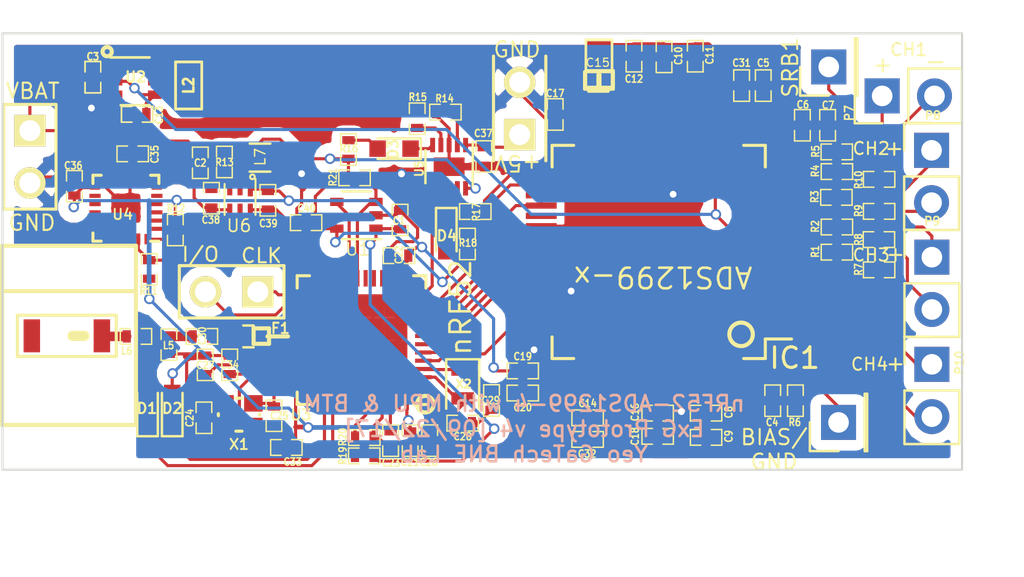
<source format=kicad_pcb>
(kicad_pcb (version 4) (host pcbnew 4.0.4-stable)
  (layers (0 F.Cu signal) (31 B.Cu signal) (34 B.Paste user) (35 F.Paste user hide) (36 B.SilkS user) (37 F.SilkS user) (38 B.Mask user hide) (39 F.Mask user) (44 Edge.Cuts user))
  (net 0 "")
  (net 1 /DEC1)
  (net 2 /DEC2)
  (net 3 /RF)
  (net 4 /SPI_SCLK)
  (net 5 /SPI_~CS)
  (net 6 /SWDCLK)
  (net 7 /SWDIO)
  (net 8 /~DRDY)
  (net 9 "Net-(A1-Pad1)")
  (net 10 "Net-(A1-Pad2)")
  (net 11 AVSS)
  (net 12 DVDD)
  (net 13 AVDD)
  (net 14 "Net-(IC1-Pad11)")
  (net 15 "Net-(IC1-Pad12)")
  (net 16 "Net-(IC1-Pad14)")
  (net 17 "Net-(IC1-Pad16)")
  (net 18 "Net-(IC1-Pad17)")
  (net 19 "Net-(IC1-Pad18)")
  (net 20 "Net-(IC1-Pad27)")
  (net 21 "Net-(IC1-Pad29)")
  (net 22 /DIN)
  (net 23 "Net-(IC1-Pad37)")
  (net 24 /DOUT)
  (net 25 "Net-(IC1-Pad60)")
  (net 26 /BIASIN)
  (net 27 "Net-(IC1-Pad64)")
  (net 28 /IN3)
  (net 29 /IN2)
  (net 30 /IN1)
  (net 31 VCC)
  (net 32 "Net-(IC1-Pad61)")
  (net 33 "Net-(C4-Pad1)")
  (net 34 "Net-(C30-Pad2)")
  (net 35 "Net-(L2-Pad1)")
  (net 36 "Net-(U3-Pad28)")
  (net 37 "Net-(U3-Pad10)")
  (net 38 "Net-(U3-Pad41)")
  (net 39 "Net-(U3-Pad42)")
  (net 40 "Net-(U3-Pad44)")
  (net 41 "Net-(IC1-Pad13)")
  (net 42 "Net-(IC1-Pad15)")
  (net 43 "Net-(IC1-Pad9)")
  (net 44 "Net-(IC1-Pad10)")
  (net 45 /SRB1)
  (net 46 /IN4)
  (net 47 /VREFP)
  (net 48 /VCAP4)
  (net 49 /VCAP1)
  (net 50 /VCAP3)
  (net 51 /VCAP2)
  (net 52 /LED2)
  (net 53 /LED3)
  (net 54 /~PWDN/RESET)
  (net 55 /IN1-)
  (net 56 /IN2-)
  (net 57 /IN3-)
  (net 58 /IN4-)
  (net 59 "Net-(C24-Pad2)")
  (net 60 "Net-(C25-Pad2)")
  (net 61 "Net-(C28-Pad1)")
  (net 62 "Net-(C29-Pad1)")
  (net 63 "Net-(U3-Pad29)")
  (net 64 "Net-(F1-Pad2)")
  (net 65 /DEC3)
  (net 66 "Net-(U3-Pad37)")
  (net 67 "Net-(C35-Pad1)")
  (net 68 /SDI)
  (net 69 /SCL)
  (net 70 "Net-(U4-Pad1)")
  (net 71 "Net-(U4-Pad2)")
  (net 72 "Net-(U4-Pad3)")
  (net 73 "Net-(U4-Pad4)")
  (net 74 "Net-(U4-Pad5)")
  (net 75 "Net-(U4-Pad6)")
  (net 76 "Net-(U4-Pad7)")
  (net 77 "Net-(U4-Pad8)")
  (net 78 "Net-(U4-Pad11)")
  (net 79 "Net-(U4-Pad14)")
  (net 80 "Net-(U4-Pad15)")
  (net 81 "Net-(U4-Pad16)")
  (net 82 "Net-(U4-Pad17)")
  (net 83 "Net-(U4-Pad19)")
  (net 84 "Net-(U4-Pad20)")
  (net 85 "Net-(U4-Pad21)")
  (net 86 "Net-(U4-Pad22)")
  (net 87 /BATT_ADC_AIN)
  (net 88 "Net-(C1-Pad1)")
  (net 89 /DC+INPUT)
  (net 90 "Net-(C38-Pad1)")
  (net 91 "Net-(D3-Pad2)")
  (net 92 "Net-(D3-Pad1)")
  (net 93 "Net-(D4-Pad2)")
  (net 94 "Net-(D4-Pad1)")
  (net 95 "Net-(L7-Pad2)")
  (net 96 "Net-(R14-Pad2)")
  (net 97 "Net-(R15-Pad2)")
  (net 98 /GPIO_TTDM_BAT_EN)
  (net 99 /GPIO_OVERCURRENT)
  (net 100 /GPIO_CTRL_PWR_ON)
  (net 101 /GPIO_ISET)
  (net 102 "Net-(U3-Pad40)")
  (net 103 "Net-(U5-Pad6)")
  (net 104 "Net-(U6-Pad5)")
  (net 105 "Net-(U3-Pad47)")
  (net 106 "Net-(U3-Pad27)")
  (net 107 /DEC4)
  (net 108 "Net-(U3-Pad14)")
  (net 109 "Net-(U3-Pad15)")
  (net 110 "Net-(U3-Pad16)")
  (net 111 "Net-(U3-Pad17)")
  (net 112 "Net-(U3-Pad18)")
  (net 113 "Net-(U3-Pad21)")
  (net 114 "Net-(U3-Pad22)")
  (module PIN_ARRAY_2X1 (layer F.Cu) (at 291.02552 116.63524 90)
    (fp_text reference P6 hide)
    (fp_text value CONN_2 hide)
    (pad 1 thru_hole rect (at -1.27 0 90) (size 1.524 1.524) (drill 1.016) (layers *.Cu *.Mask F.SilkS) (net 89 /DC+INPUT))
    (pad 2 thru_hole circle (at 1.27 0 90) (size 1.524 1.524) (drill 1.016) (layers *.Cu *.Mask F.SilkS) (net 11 AVSS))
  )
  (module Pin_Headers:Pin_Header_Straight_1x02_Pitch2.54mm (layer F.Cu) (at 311.03564 129.05584)
    (fp_text reference P10 (at 1.34112 -0.08128 90) (layer F.SilkS) (effects (font (size 0.4 0.4) (thickness 0.08))))
    (fp_text value CONN_01X02)
    (pad 1 thru_hole rect (at 0 0) (size 1.7 1.7) (drill 1) (layers *.Cu *.Mask) (net 46 /IN4))
    (pad 2 thru_hole oval (at 0 2.54) (size 1.7 1.7) (drill 1) (layers *.Cu *.Mask) (net 58 /IN4-))
  )
  (module Pin_Headers:Pin_Header_Straight_1x02_Pitch2.54mm (layer F.Cu) (at 311.03564 123.85392)
    (fp_text reference P9 (at 0.01524 -1.7526) (layer F.SilkS) (effects (font (size 0.4 0.4) (thickness 0.08))))
    (fp_text value CONN_01X02)
    (pad 1 thru_hole rect (at 0 0) (size 1.7 1.7) (drill 1) (layers *.Cu *.Mask) (net 28 /IN3))
    (pad 2 thru_hole oval (at 0 2.54) (size 1.7 1.7) (drill 1) (layers *.Cu *.Mask) (net 57 /IN3-))
  )
  (module Pin_Headers:Pin_Header_Straight_1x02_Pitch2.54mm (layer F.Cu) (at 311.0204 118.66724)
    (fp_text reference P8 (at 0.06096 -1.69164) (layer F.SilkS) (effects (font (size 0.4 0.4) (thickness 0.08))))
    (fp_text value CONN_01X02)
    (pad 1 thru_hole rect (at 0 0) (size 1.7 1.7) (drill 1) (layers *.Cu *.Mask) (net 29 /IN2))
    (pad 2 thru_hole oval (at 0 2.54) (size 1.7 1.7) (drill 1) (layers *.Cu *.Mask) (net 56 /IN2-))
  )
  (module Inductors_SMD:L_0603 (layer F.Cu) (at 278.4225 119.0225)
    (fp_text reference L7 (at 0.0075 -0.0325 90) (layer F.SilkS) (effects (font (size 0.5 0.5) (thickness 0.07))))
    (fp_text value 4.7µH)
    (pad 1 smd rect (at -0.75 0) (size 0.5 0.9) (layers F.Cu F.Paste F.Mask) (net 31 VCC))
    (pad 2 smd rect (at 0.75 0) (size 0.5 0.9) (layers F.Cu F.Paste F.Mask) (net 95 "Net-(L7-Pad2)"))
  )
  (module Housings_DFN_QFN:QFN-24_3x3mm_Pitch0.4mm (layer F.Cu) (at 271.9125 121.4775 180)
    (fp_text reference U4 (at 0.16 -0.3 180) (layer F.SilkS) (effects (font (size 0.5 0.5) (thickness 0.09))))
    (fp_text value MPU-9250)
    (pad 1 smd rect (at -1.5 -1 180) (size 0.5 0.2) (layers F.Cu F.Paste F.Mask) (net 70 "Net-(U4-Pad1)"))
    (pad 2 smd rect (at -1.5 -0.6 180) (size 0.55 0.2) (layers F.Cu F.Paste F.Mask) (net 71 "Net-(U4-Pad2)"))
    (pad 3 smd rect (at -1.5 -0.2 180) (size 0.55 0.2) (layers F.Cu F.Paste F.Mask) (net 72 "Net-(U4-Pad3)"))
    (pad 4 smd rect (at -1.5 0.2 180) (size 0.55 0.2) (layers F.Cu F.Paste F.Mask) (net 73 "Net-(U4-Pad4)"))
    (pad 5 smd rect (at -1.5 0.6 180) (size 0.55 0.2) (layers F.Cu F.Paste F.Mask) (net 74 "Net-(U4-Pad5)"))
    (pad 6 smd rect (at -1.5 1 180) (size 0.5 0.2) (layers F.Cu F.Paste F.Mask) (net 75 "Net-(U4-Pad6)"))
    (pad 7 smd rect (at -1 1.5 270) (size 0.5 0.2) (layers F.Cu F.Paste F.Mask) (net 76 "Net-(U4-Pad7)"))
    (pad 8 smd rect (at -0.6 1.5 270) (size 0.55 0.2) (layers F.Cu F.Paste F.Mask) (net 77 "Net-(U4-Pad8)"))
    (pad 9 smd rect (at -0.2 1.5 270) (size 0.55 0.2) (layers F.Cu F.Paste F.Mask) (net 11 AVSS))
    (pad 10 smd rect (at 0.2 1.5 270) (size 0.55 0.2) (layers F.Cu F.Paste F.Mask) (net 67 "Net-(C35-Pad1)"))
    (pad 11 smd rect (at 0.6 1.5 270) (size 0.55 0.2) (layers F.Cu F.Paste F.Mask) (net 78 "Net-(U4-Pad11)"))
    (pad 12 smd rect (at 1 1.5 270) (size 0.5 0.2) (layers F.Cu F.Paste F.Mask) (net 11 AVSS))
    (pad 13 smd rect (at 1.5 1 180) (size 0.5 0.2) (layers F.Cu F.Paste F.Mask) (net 12 DVDD))
    (pad 14 smd rect (at 1.5 0.6 180) (size 0.55 0.2) (layers F.Cu F.Paste F.Mask) (net 79 "Net-(U4-Pad14)"))
    (pad 15 smd rect (at 1.5 0.2 180) (size 0.55 0.2) (layers F.Cu F.Paste F.Mask) (net 80 "Net-(U4-Pad15)"))
    (pad 16 smd rect (at 1.5 -0.2 180) (size 0.55 0.2) (layers F.Cu F.Paste F.Mask) (net 81 "Net-(U4-Pad16)"))
    (pad 17 smd rect (at 1.5 -0.6 180) (size 0.55 0.2) (layers F.Cu F.Paste F.Mask) (net 82 "Net-(U4-Pad17)"))
    (pad 18 smd rect (at 1.5 -1 180) (size 0.5 0.2) (layers F.Cu F.Paste F.Mask) (net 11 AVSS))
    (pad 19 smd rect (at 1 -1.5 270) (size 0.5 0.2) (layers F.Cu F.Paste F.Mask) (net 83 "Net-(U4-Pad19)"))
    (pad 20 smd rect (at 0.6 -1.5 270) (size 0.55 0.2) (layers F.Cu F.Paste F.Mask) (net 84 "Net-(U4-Pad20)"))
    (pad 21 smd rect (at 0.2 -1.5 270) (size 0.55 0.2) (layers F.Cu F.Paste F.Mask) (net 85 "Net-(U4-Pad21)"))
    (pad 22 smd rect (at -0.2 -1.5 270) (size 0.55 0.2) (layers F.Cu F.Paste F.Mask) (net 86 "Net-(U4-Pad22)"))
    (pad 23 smd rect (at -0.6 -1.5 270) (size 0.55 0.2) (layers F.Cu F.Paste F.Mask) (net 69 /SCL))
    (pad 24 smd rect (at -1 -1.5 270) (size 0.5 0.2) (layers F.Cu F.Paste F.Mask) (net 68 /SDI))
  )
  (module TO_SOT_Packages_SMD:SOT-353_SC-70-5 (layer F.Cu) (at 283.1 121.82 180)
    (fp_text reference U1 (at -0.07 -1.65 180) (layer F.SilkS) (effects (font (size 0.6 0.6) (thickness 0.07))))
    (fp_text value TPS2294x)
    (pad 1 smd rect (at -0.95 -0.65 180) (size 0.65 0.4) (layers F.Cu F.Paste F.Mask) (net 88 "Net-(C1-Pad1)"))
    (pad 3 smd rect (at -0.95 0.65 180) (size 0.65 0.4) (layers F.Cu F.Paste F.Mask) (net 99 /GPIO_OVERCURRENT))
    (pad 2 smd rect (at -0.95 0 180) (size 0.65 0.4) (layers F.Cu F.Paste F.Mask) (net 11 AVSS))
    (pad 4 smd rect (at 0.95 0.65 180) (size 0.65 0.4) (layers F.Cu F.Paste F.Mask) (net 100 /GPIO_CTRL_PWR_ON))
    (pad 5 smd rect (at 0.95 -0.65 180) (size 0.65 0.4) (layers F.Cu F.Paste F.Mask) (net 31 VCC))
  )
  (module SM0402 (layer F.Cu) (at 284.76 132.76 270)
    (fp_text reference C23 (at 1.075 -0.025 360) (layer F.SilkS) (effects (font (size 0.35052 0.3048) (thickness 0.07112))))
    (fp_text value 1.0µF hide)
    (pad 1 smd rect (at -0.44958 0 270) (size 0.39878 0.59944) (layers F.Cu F.Paste F.Mask) (net 107 /DEC4))
    (pad 2 smd rect (at 0.44958 0 270) (size 0.39878 0.59944) (layers F.Cu F.Paste F.Mask) (net 11 AVSS))
  )
  (module SM0402 (layer F.Cu) (at 285.17 123.78 180)
    (fp_text reference C22 (at 0 0.04 270) (layer F.SilkS) (effects (font (size 0.35052 0.3048) (thickness 0.07112))))
    (fp_text value 100nF hide)
    (pad 1 smd rect (at -0.44958 0 180) (size 0.39878 0.59944) (layers F.Cu F.Paste F.Mask) (net 12 DVDD))
    (pad 2 smd rect (at 0.44958 0 180) (size 0.39878 0.59944) (layers F.Cu F.Paste F.Mask) (net 11 AVSS))
  )
  (module SM0402 (layer F.Cu) (at 298.035 114.13 270)
    (fp_text reference C10 (at -0.05 -0.7 270) (layer F.SilkS) (effects (font (size 0.35052 0.3048) (thickness 0.07112))))
    (fp_text value 10uF hide)
    (pad 1 smd rect (at -0.44958 0 270) (size 0.39878 0.59944) (layers F.Cu F.Paste F.Mask) (net 11 AVSS))
    (pad 2 smd rect (at 0.44958 0 270) (size 0.39878 0.59944) (layers F.Cu F.Paste F.Mask) (net 47 /VREFP))
  )
  (module SM0402 (layer F.Cu) (at 270.30864 115.11744 270)
    (fp_text reference C3 (at -1 0 360) (layer F.SilkS) (effects (font (size 0.35052 0.3048) (thickness 0.07112))))
    (fp_text value 10uF hide)
    (pad 1 smd rect (at -0.44958 0 270) (size 0.39878 0.59944) (layers F.Cu F.Paste F.Mask) (net 31 VCC))
    (pad 2 smd rect (at 0.44958 0 270) (size 0.39878 0.59944) (layers F.Cu F.Paste F.Mask) (net 11 AVSS))
  )
  (module SM0402 (layer F.Cu) (at 272.45864 116.91744 180)
    (fp_text reference C13 (at -1.0625 -0.0375 270) (layer F.SilkS) (effects (font (size 0.35052 0.3048) (thickness 0.07112))))
    (fp_text value 10uF hide)
    (pad 1 smd rect (at -0.44958 0 180) (size 0.39878 0.59944) (layers F.Cu F.Paste F.Mask) (net 13 AVDD))
    (pad 2 smd rect (at 0.44958 0 180) (size 0.39878 0.59944) (layers F.Cu F.Paste F.Mask) (net 11 AVSS))
  )
  (module SM0603 (layer F.Cu) (at 274.95864 115.51744 90)
    (fp_text reference L2 (at 0 0 90) (layer F.SilkS) (effects (font (size 0.508 0.4572) (thickness 0.1143))))
    (fp_text value 4.7µH hide)
    (pad 1 smd rect (at -0.762 0 90) (size 0.635 1.143) (layers F.Cu F.Paste F.Mask) (net 35 "Net-(L2-Pad1)"))
    (pad 2 smd rect (at 0.762 0 90) (size 0.635 1.143) (layers F.Cu F.Paste F.Mask) (net 31 VCC))
  )
  (module TO_SOT_Packages_SMD:SOT-363_SC-70-6 (layer F.Cu) (at 272.35864 115.31744)
    (fp_text reference U2 (at 0.0225 -0.2125) (layer F.SilkS) (effects (font (size 0.5 0.5) (thickness 0.1))))
    (fp_text value TPS61222)
    (pad 1 smd rect (at -0.95 -0.65) (size 0.65 0.4) (layers F.Cu F.Paste F.Mask) (net 31 VCC))
    (pad 3 smd rect (at -0.95 0.65) (size 0.65 0.4) (layers F.Cu F.Paste F.Mask) (net 11 AVSS))
    (pad 5 smd rect (at 0.95 0) (size 0.65 0.4) (layers F.Cu F.Paste F.Mask) (net 35 "Net-(L2-Pad1)"))
    (pad 2 smd rect (at -0.95 0) (size 0.65 0.4) (layers F.Cu F.Paste F.Mask) (net 13 AVDD))
    (pad 4 smd rect (at 0.95 0.65) (size 0.65 0.4) (layers F.Cu F.Paste F.Mask) (net 13 AVDD))
    (pad 6 smd rect (at 0.95 -0.65) (size 0.65 0.4) (layers F.Cu F.Paste F.Mask) (net 31 VCC))
  )
  (module TO_SOT_Packages_SMD:SOT-363_SC-70-6 (layer F.Cu) (at 272.35864 115.31744)
    (fp_text reference U2 (at 0.0225 -0.2125) (layer F.SilkS) (effects (font (size 0.5 0.5) (thickness 0.1))))
    (fp_text value TPS61222)
    (pad 1 smd rect (at -0.95 -0.65) (size 0.65 0.4) (layers F.Cu F.Paste F.Mask) (net 31 VCC))
    (pad 3 smd rect (at -0.95 0.65) (size 0.65 0.4) (layers F.Cu F.Paste F.Mask) (net 11 AVSS))
    (pad 5 smd rect (at 0.95 0) (size 0.65 0.4) (layers F.Cu F.Paste F.Mask) (net 35 "Net-(L2-Pad1)"))
    (pad 2 smd rect (at -0.95 0) (size 0.65 0.4) (layers F.Cu F.Paste F.Mask) (net 13 AVDD))
    (pad 4 smd rect (at 0.95 0.65) (size 0.65 0.4) (layers F.Cu F.Paste F.Mask) (net 13 AVDD))
    (pad 6 smd rect (at 0.95 -0.65) (size 0.65 0.4) (layers F.Cu F.Paste F.Mask) (net 31 VCC))
  )
  (module SM0603 (layer F.Cu) (at 274.95864 115.51744 90)
    (fp_text reference L2 (at 0 0 90) (layer F.SilkS) (effects (font (size 0.508 0.4572) (thickness 0.1143))))
    (fp_text value 4.7µH hide)
    (pad 1 smd rect (at -0.762 0 90) (size 0.635 1.143) (layers F.Cu F.Paste F.Mask) (net 35 "Net-(L2-Pad1)"))
    (pad 2 smd rect (at 0.762 0 90) (size 0.635 1.143) (layers F.Cu F.Paste F.Mask) (net 31 VCC))
  )
  (module SM0402 (layer F.Cu) (at 272.45864 116.91744 180)
    (fp_text reference C13 (at -1.0625 -0.0375 270) (layer F.SilkS) (effects (font (size 0.35052 0.3048) (thickness 0.07112))))
    (fp_text value 10uF hide)
    (pad 1 smd rect (at -0.44958 0 180) (size 0.39878 0.59944) (layers F.Cu F.Paste F.Mask) (net 13 AVDD))
    (pad 2 smd rect (at 0.44958 0 180) (size 0.39878 0.59944) (layers F.Cu F.Paste F.Mask) (net 11 AVSS))
  )
  (module SM0402 (layer F.Cu) (at 270.30864 115.11744 270)
    (fp_text reference C3 (at -1 0 360) (layer F.SilkS) (effects (font (size 0.35052 0.3048) (thickness 0.07112))))
    (fp_text value 10uF hide)
    (pad 1 smd rect (at -0.44958 0 270) (size 0.39878 0.59944) (layers F.Cu F.Paste F.Mask) (net 31 VCC))
    (pad 2 smd rect (at 0.44958 0 270) (size 0.39878 0.59944) (layers F.Cu F.Paste F.Mask) (net 11 AVSS))
  )
  (module SM0402 (layer F.Cu) (at 285.22 122.05 90)
    (fp_text reference C1 (at -0.03 -0.05 180) (layer F.SilkS) (effects (font (size 0.35052 0.3048) (thickness 0.07112))))
    (fp_text value 10uF hide)
    (pad 1 smd rect (at -0.44958 0 90) (size 0.39878 0.59944) (layers F.Cu F.Paste F.Mask) (net 88 "Net-(C1-Pad1)"))
    (pad 2 smd rect (at 0.44958 0 90) (size 0.39878 0.59944) (layers F.Cu F.Paste F.Mask) (net 11 AVSS))
  )
  (module SM0402 (layer F.Cu) (at 280.66 122.18 180)
    (fp_text reference C40 (at -0.025 0.7 180) (layer F.SilkS) (effects (font (size 0.35052 0.3048) (thickness 0.07112))))
    (fp_text value 10uF hide)
    (pad 1 smd rect (at -0.44958 0 180) (size 0.39878 0.59944) (layers F.Cu F.Paste F.Mask) (net 31 VCC))
    (pad 2 smd rect (at 0.44958 0 180) (size 0.39878 0.59944) (layers F.Cu F.Paste F.Mask) (net 11 AVSS))
  )
  (module SM0402 (layer F.Cu) (at 283.01 120)
    (fp_text reference R21 (at -1.05 -0.03 90) (layer F.SilkS) (effects (font (size 0.35052 0.3048) (thickness 0.07112))))
    (fp_text value 10k hide)
    (pad 1 smd rect (at -0.44958 0) (size 0.39878 0.59944) (layers F.Cu F.Paste F.Mask) (net 31 VCC))
    (pad 2 smd rect (at 0.44958 0) (size 0.39878 0.59944) (layers F.Cu F.Paste F.Mask) (net 99 /GPIO_OVERCURRENT))
  )
  (module SM0402 (layer F.Cu) (at 286.66 132.76 270)
    (fp_text reference C26 (at 1.05 0.05 360) (layer F.SilkS) (effects (font (size 0.35052 0.3048) (thickness 0.07112))))
    (fp_text value 100nF hide)
    (pad 1 smd rect (at -0.44958 0 270) (size 0.39878 0.59944) (layers F.Cu F.Paste F.Mask) (net 1 /DEC1))
    (pad 2 smd rect (at 0.44958 0 270) (size 0.39878 0.59944) (layers F.Cu F.Paste F.Mask) (net 11 AVSS))
  )
  (module PIN_ARRAY_2X1 (layer F.Cu) (at 267.25 118.98 270)
    (fp_text reference P1 hide)
    (fp_text value CONN_2 hide)
    (pad 1 thru_hole rect (at -1.27 0 270) (size 1.524 1.524) (drill 1.016) (layers *.Cu *.Mask F.SilkS) (net 31 VCC))
    (pad 2 thru_hole circle (at 1.27 0 270) (size 1.524 1.524) (drill 1.016) (layers *.Cu *.Mask F.SilkS) (net 11 AVSS))
  )
  (module SM0402 (layer F.Cu) (at 276.0625 120.9925 270)
    (fp_text reference C38 (at 1.05 0.025 540) (layer F.SilkS) (effects (font (size 0.35052 0.3048) (thickness 0.07112))))
    (fp_text value 0.1uF hide)
    (pad 1 smd rect (at -0.44958 0 270) (size 0.39878 0.59944) (layers F.Cu F.Paste F.Mask) (net 90 "Net-(C38-Pad1)"))
    (pad 2 smd rect (at 0.44958 0 270) (size 0.39878 0.59944) (layers F.Cu F.Paste F.Mask) (net 11 AVSS))
  )
  (module SM0402 (layer F.Cu) (at 275.5225 119.2725 270)
    (fp_text reference C2 (at 0.0075 0.0025 540) (layer F.SilkS) (effects (font (size 0.35052 0.3048) (thickness 0.07112))))
    (fp_text value 10uF hide)
    (pad 1 smd rect (at -0.44958 0 270) (size 0.39878 0.59944) (layers F.Cu F.Paste F.Mask) (net 31 VCC))
    (pad 2 smd rect (at 0.44958 0 270) (size 0.39878 0.59944) (layers F.Cu F.Paste F.Mask) (net 11 AVSS))
  )
  (module SM0402 (layer F.Cu) (at 278.8025 121.0925 270)
    (fp_text reference C39 (at 1.125 -0.025 360) (layer F.SilkS) (effects (font (size 0.35052 0.3048) (thickness 0.07112))))
    (fp_text value 10uF hide)
    (pad 1 smd rect (at -0.44958 0 270) (size 0.39878 0.59944) (layers F.Cu F.Paste F.Mask) (net 12 DVDD))
    (pad 2 smd rect (at 0.44958 0 270) (size 0.39878 0.59944) (layers F.Cu F.Paste F.Mask) (net 11 AVSS))
  )
  (module SM0402 (layer F.Cu) (at 276.6925 119.2325 90)
    (fp_text reference R13 (at -0.0175 0.0075 360) (layer F.SilkS) (effects (font (size 0.35052 0.3048) (thickness 0.07112))))
    (fp_text value 400Ω hide)
    (pad 1 smd rect (at -0.44958 0 90) (size 0.39878 0.59944) (layers F.Cu F.Paste F.Mask) (net 90 "Net-(C38-Pad1)"))
    (pad 2 smd rect (at 0.44958 0 90) (size 0.39878 0.59944) (layers F.Cu F.Paste F.Mask) (net 31 VCC))
  )
  (module SM0402 (layer F.Cu) (at 288.8716 121.63904 180)
    (fp_text reference R17 (at -0.05 -0.025 270) (layer F.SilkS) (effects (font (size 0.35052 0.3048) (thickness 0.07112))))
    (fp_text value 10k hide)
    (pad 1 smd rect (at -0.44958 0 180) (size 0.39878 0.59944) (layers F.Cu F.Paste F.Mask) (net 11 AVSS))
    (pad 2 smd rect (at 0.44958 0 180) (size 0.39878 0.59944) (layers F.Cu F.Paste F.Mask) (net 98 /GPIO_TTDM_BAT_EN))
  )
  (module SM0402 (layer F.Cu) (at 287.42126 116.81214)
    (fp_text reference R14 (at -0.04 -0.66) (layer F.SilkS) (effects (font (size 0.35052 0.3048) (thickness 0.07112))))
    (fp_text value 1k hide)
    (pad 1 smd rect (at -0.44958 0) (size 0.39878 0.59944) (layers F.Cu F.Paste F.Mask) (net 11 AVSS))
    (pad 2 smd rect (at 0.44958 0) (size 0.39878 0.59944) (layers F.Cu F.Paste F.Mask) (net 96 "Net-(R14-Pad2)"))
  )
  (module SM0402 (layer F.Cu) (at 282.71464 118.6266 90)
    (fp_text reference R16 (at 0.05 0.025 180) (layer F.SilkS) (effects (font (size 0.35052 0.3048) (thickness 0.07112))))
    (fp_text value 1.5k hide)
    (pad 1 smd rect (at -0.44958 0 90) (size 0.39878 0.59944) (layers F.Cu F.Paste F.Mask) (net 31 VCC))
    (pad 2 smd rect (at 0.44958 0 90) (size 0.39878 0.59944) (layers F.Cu F.Paste F.Mask) (net 91 "Net-(D3-Pad2)"))
  )
  (module SM0402 (layer F.Cu) (at 286.05126 117.13214 270)
    (fp_text reference R15 (at -1.05 -0.03 360) (layer F.SilkS) (effects (font (size 0.35052 0.3048) (thickness 0.07112))))
    (fp_text value 2k hide)
    (pad 1 smd rect (at -0.44958 0 270) (size 0.39878 0.59944) (layers F.Cu F.Paste F.Mask) (net 11 AVSS))
    (pad 2 smd rect (at 0.44958 0 270) (size 0.39878 0.59944) (layers F.Cu F.Paste F.Mask) (net 97 "Net-(R15-Pad2)"))
  )
  (module SM0402 (layer F.Cu) (at 288.4906 123.21384 270)
    (fp_text reference R18 (at -0.05 -0.025 360) (layer F.SilkS) (effects (font (size 0.35052 0.3048) (thickness 0.07112))))
    (fp_text value 1.5k hide)
    (pad 1 smd rect (at -0.44958 0 270) (size 0.39878 0.59944) (layers F.Cu F.Paste F.Mask) (net 93 "Net-(D4-Pad2)"))
    (pad 2 smd rect (at 0.44958 0 270) (size 0.39878 0.59944) (layers F.Cu F.Paste F.Mask) (net 31 VCC))
  )
  (module LEDs:LED_0603 (layer F.Cu) (at 287.46444 122.7668 270)
    (fp_text reference D4 (at 0.05 -0.025 360) (layer F.SilkS) (effects (font (size 0.5 0.5) (thickness 0.1))))
    (fp_text value LED)
    (pad 2 smd rect (at 0.8 0 90) (size 0.8 0.8) (layers F.Cu F.Paste F.Mask) (net 93 "Net-(D4-Pad2)"))
    (pad 1 smd rect (at -0.8 0 90) (size 0.8 0.8) (layers F.Cu F.Paste F.Mask) (net 94 "Net-(D4-Pad1)"))
  )
  (module LEDs:LED_0603 (layer F.Cu) (at 284.92952 118.58596 180)
    (fp_text reference D3 (at 0.05 -0.025 270) (layer F.SilkS) (effects (font (size 0.5 0.5) (thickness 0.1))))
    (fp_text value LED)
    (pad 2 smd rect (at 0.8 0) (size 0.8 0.8) (layers F.Cu F.Paste F.Mask) (net 91 "Net-(D3-Pad2)"))
    (pad 1 smd rect (at -0.8 0) (size 0.8 0.8) (layers F.Cu F.Paste F.Mask) (net 92 "Net-(D3-Pad1)"))
  )
  (module LEDs:LED_0603 (layer F.Cu) (at 274.15992 131.24532 90)
    (fp_text reference D2 (at 0.05 0 180) (layer F.SilkS) (effects (font (size 0.5 0.5) (thickness 0.1))))
    (fp_text value LED)
    (pad 2 smd rect (at 0.8 0 270) (size 0.8 0.8) (layers F.Cu F.Paste F.Mask) (net 12 DVDD))
    (pad 1 smd rect (at -0.8 0 270) (size 0.8 0.8) (layers F.Cu F.Paste F.Mask) (net 53 /LED3))
  )
  (module SM0402 (layer F.Cu) (at 283.485 132.61)
    (fp_text reference R20 (at -1.05 -0.03 90) (layer F.SilkS) (effects (font (size 0.35052 0.3048) (thickness 0.07112))))
    (fp_text value 1M hide)
    (pad 1 smd rect (at -0.44958 0) (size 0.39878 0.59944) (layers F.Cu F.Paste F.Mask) (net 87 /BATT_ADC_AIN))
    (pad 2 smd rect (at 0.44958 0) (size 0.39878 0.59944) (layers F.Cu F.Paste F.Mask) (net 11 AVSS))
  )
  (module SM0402 (layer F.Cu) (at 283.48 133.5 180)
    (fp_text reference R19 (at 1.04 0.01 270) (layer F.SilkS) (effects (font (size 0.35052 0.3048) (thickness 0.07112))))
    (fp_text value 1M hide)
    (pad 1 smd rect (at -0.44958 0 180) (size 0.39878 0.59944) (layers F.Cu F.Paste F.Mask) (net 88 "Net-(C1-Pad1)"))
    (pad 2 smd rect (at 0.44958 0 180) (size 0.39878 0.59944) (layers F.Cu F.Paste F.Mask) (net 87 /BATT_ADC_AIN))
  )
  (module SM0402 (layer F.Cu) (at 285.71 132.76 90)
    (fp_text reference C21 (at -1.05 0 180) (layer F.SilkS) (effects (font (size 0.35052 0.3048) (thickness 0.07112))))
    (fp_text value 4.7µF hide)
    (pad 1 smd rect (at -0.44958 0 90) (size 0.39878 0.59944) (layers F.Cu F.Paste F.Mask) (net 11 AVSS))
    (pad 2 smd rect (at 0.44958 0 90) (size 0.39878 0.59944) (layers F.Cu F.Paste F.Mask) (net 12 DVDD))
  )
  (module SM0402 (layer F.Cu) (at 274.31 122.535 270)
    (fp_text reference R12 (at -1.05 -0.03 360) (layer F.SilkS) (effects (font (size 0.35052 0.3048) (thickness 0.07112))))
    (fp_text value 10k hide)
    (pad 1 smd rect (at -0.44958 0 270) (size 0.39878 0.59944) (layers F.Cu F.Paste F.Mask) (net 12 DVDD))
    (pad 2 smd rect (at 0.44958 0 270) (size 0.39878 0.59944) (layers F.Cu F.Paste F.Mask) (net 68 /SDI))
  )
  (module SM0402 (layer F.Cu) (at 273.04 124.45 90)
    (fp_text reference R11 (at -1.05 -0.03 180) (layer F.SilkS) (effects (font (size 0.35052 0.3048) (thickness 0.07112))))
    (fp_text value 10k hide)
    (pad 1 smd rect (at -0.44958 0 90) (size 0.39878 0.59944) (layers F.Cu F.Paste F.Mask) (net 12 DVDD))
    (pad 2 smd rect (at 0.44958 0 90) (size 0.39878 0.59944) (layers F.Cu F.Paste F.Mask) (net 69 /SCL))
  )
  (module SM0402 (layer F.Cu) (at 269.41 120.41 90)
    (fp_text reference C36 (at 1 -0.05 180) (layer F.SilkS) (effects (font (size 0.35052 0.3048) (thickness 0.07112))))
    (fp_text value 100nF hide)
    (pad 1 smd rect (at -0.44958 0 90) (size 0.39878 0.59944) (layers F.Cu F.Paste F.Mask) (net 12 DVDD))
    (pad 2 smd rect (at 0.44958 0 90) (size 0.39878 0.59944) (layers F.Cu F.Paste F.Mask) (net 11 AVSS))
  )
  (module SM0402 (layer F.Cu) (at 272.2425 118.8375)
    (fp_text reference C35 (at 1.07 0.02 90) (layer F.SilkS) (effects (font (size 0.35052 0.3048) (thickness 0.07112))))
    (fp_text value 100nF hide)
    (pad 1 smd rect (at -0.44958 0) (size 0.39878 0.59944) (layers F.Cu F.Paste F.Mask) (net 67 "Net-(C35-Pad1)"))
    (pad 2 smd rect (at 0.44958 0) (size 0.39878 0.59944) (layers F.Cu F.Paste F.Mask) (net 11 AVSS))
  )
  (module Resistors_SMD:R_0402 (layer F.Cu) (at 277.86 127.7 180)
    (fp_text reference F1 (at -1.55 0.39 360) (layer F.SilkS) (effects (font (size 0.5 0.5) (thickness 0.1))))
    (fp_text value 2450FM07A0029)
    (pad 1 smd rect (at 0 0.3265 180) (size 0.3 0.7) (layers F.Cu F.Paste F.Mask) (net 11 AVSS))
    (pad 2 smd rect (at -0.6125 0 180) (size 0.6 0.6) (layers F.Cu F.Paste F.Mask) (net 64 "Net-(F1-Pad2)"))
    (pad 4 smd rect (at 0.6125 0 180) (size 0.6 0.6) (layers F.Cu F.Paste F.Mask) (net 3 /RF))
    (pad 3 smd rect (at 0 -0.3625 180) (size 0.3 0.7) (layers F.Cu F.Paste F.Mask) (net 11 AVSS))
  )
  (module SM0402 (layer F.Cu) (at 276.95 129.08 90)
    (fp_text reference C34 (at 0 0 180) (layer F.SilkS) (effects (font (size 0.35052 0.3048) (thickness 0.07112))))
    (fp_text value 100pF hide)
    (pad 1 smd rect (at -0.44958 0 90) (size 0.39878 0.59944) (layers F.Cu F.Paste F.Mask) (net 65 /DEC3))
    (pad 2 smd rect (at 0.44958 0 90) (size 0.39878 0.59944) (layers F.Cu F.Paste F.Mask) (net 11 AVSS))
  )
  (module SM0402 (layer F.Cu) (at 279.7 133.09)
    (fp_text reference C33 (at 0.31 0.7) (layer F.SilkS) (effects (font (size 0.35052 0.3048) (thickness 0.07112))))
    (fp_text value 100nF hide)
    (pad 1 smd rect (at -0.44958 0) (size 0.39878 0.59944) (layers F.Cu F.Paste F.Mask) (net 11 AVSS))
    (pad 2 smd rect (at 0.44958 0) (size 0.39878 0.59944) (layers F.Cu F.Paste F.Mask) (net 12 DVDD))
  )
  (module SM0402 (layer F.Cu) (at 308.475 121.63)
    (fp_text reference R9 (at -1 -0.03 90) (layer F.SilkS) (effects (font (size 0.35052 0.3048) (thickness 0.07112))))
    (fp_text value 30k hide)
    (pad 1 smd rect (at -0.44958 0) (size 0.39878 0.59944) (layers F.Cu F.Paste F.Mask) (net 41 "Net-(IC1-Pad13)"))
    (pad 2 smd rect (at 0.44958 0) (size 0.39878 0.59944) (layers F.Cu F.Paste F.Mask) (net 56 /IN2-))
  )
  (module SM0402 (layer F.Cu) (at 308.475 124.47)
    (fp_text reference R7 (at -1 -0.02 90) (layer F.SilkS) (effects (font (size 0.35052 0.3048) (thickness 0.07112))))
    (fp_text value 30k hide)
    (pad 1 smd rect (at -0.44958 0) (size 0.39878 0.59944) (layers F.Cu F.Paste F.Mask) (net 43 "Net-(IC1-Pad9)"))
    (pad 2 smd rect (at 0.44958 0) (size 0.39878 0.59944) (layers F.Cu F.Paste F.Mask) (net 58 /IN4-))
  )
  (module SM0402 (layer F.Cu) (at 308.465 123)
    (fp_text reference R8 (at -0.99 0 90) (layer F.SilkS) (effects (font (size 0.35052 0.3048) (thickness 0.07112))))
    (fp_text value 30k hide)
    (pad 1 smd rect (at -0.44958 0) (size 0.39878 0.59944) (layers F.Cu F.Paste F.Mask) (net 14 "Net-(IC1-Pad11)"))
    (pad 2 smd rect (at 0.44958 0) (size 0.39878 0.59944) (layers F.Cu F.Paste F.Mask) (net 57 /IN3-))
  )
  (module SM0402 (layer F.Cu) (at 308.475 120.075)
    (fp_text reference R10 (at -1 0.025 90) (layer F.SilkS) (effects (font (size 0.35052 0.3048) (thickness 0.07112))))
    (fp_text value 30k hide)
    (pad 1 smd rect (at -0.44958 0) (size 0.39878 0.59944) (layers F.Cu F.Paste F.Mask) (net 42 "Net-(IC1-Pad15)"))
    (pad 2 smd rect (at 0.44958 0) (size 0.39878 0.59944) (layers F.Cu F.Paste F.Mask) (net 55 /IN1-))
  )
  (module Pin_Headers:Pin_Header_Straight_1x01_Pitch2.54mm (layer F.Cu) (at 306.03 114.62 90)
    (fp_text reference P3 hide)
    (fp_text value CONN_1)
    (pad 1 thru_hole rect (at 0 0 90) (size 1.7 1.7) (drill 1) (layers *.Cu *.Mask) (net 45 /SRB1))
  )
  (module "Power Pads:SM0603_Tant" (layer F.Cu) (at 294.875 114.45 90)
    (fp_text reference C15 (at 0.04 -0.055 180) (layer F.SilkS) (effects (font (size 0.4 0.4) (thickness 0.06))))
    (fp_text value 100µF hide)
    (pad 1 smd rect (at -0.762 0 90) (size 0.635 1.143) (layers F.Cu F.Paste F.Mask) (net 49 /VCAP1))
    (pad 2 smd rect (at 0.762 0 90) (size 0.635 1.143) (layers F.Cu F.Paste F.Mask) (net 11 AVSS))
  )
  (module PIN_ARRAY_2X1 (layer F.Cu) (at 277.04536 125.5354 180)
    (fp_text reference P2 hide)
    (fp_text value CONN_2 hide)
    (pad 1 thru_hole rect (at -1.27 0 180) (size 1.524 1.524) (drill 1.016) (layers *.Cu *.Mask F.SilkS) (net 6 /SWDCLK))
    (pad 2 thru_hole circle (at 1.27 0 180) (size 1.524 1.524) (drill 1.016) (layers *.Cu *.Mask F.SilkS) (net 7 /SWDIO))
  )
  (module SM0402 (layer F.Cu) (at 302.85 115.525 270)
    (fp_text reference C5 (at -1.1 0 360) (layer F.SilkS) (effects (font (size 0.35052 0.3048) (thickness 0.07112))))
    (fp_text value 1uF hide)
    (pad 1 smd rect (at -0.44958 0 270) (size 0.39878 0.59944) (layers F.Cu F.Paste F.Mask) (net 11 AVSS))
    (pad 2 smd rect (at 0.44958 0 270) (size 0.39878 0.59944) (layers F.Cu F.Paste F.Mask) (net 13 AVDD))
  )
  (module Housings_QFP:TQFP-64_10x10mm_Pitch0.5mm (layer F.Cu) (at 297.775 123.6 180)
    (fp_text reference IC1 (at -6.6 -5.15 180) (layer F.SilkS))
    (fp_text value ADS1299)
    (pad 1 smd rect (at -5.7 -3.75 180) (size 1.5 0.3) (layers F.Cu F.Paste F.Mask) (net 13 AVDD))
    (pad 2 smd rect (at -5.7 -3.25 180) (size 1.5 0.3) (layers F.Cu F.Paste F.Mask) (net 13 AVDD))
    (pad 3 smd rect (at -5.7 -2.75 180) (size 1.5 0.3) (layers F.Cu F.Paste F.Mask) (net 13 AVDD))
    (pad 4 smd rect (at -5.7 -2.25 180) (size 1.5 0.3) (layers F.Cu F.Paste F.Mask) (net 13 AVDD))
    (pad 5 smd rect (at -5.7 -1.75 180) (size 1.5 0.3) (layers F.Cu F.Paste F.Mask) (net 13 AVDD))
    (pad 6 smd rect (at -5.7 -1.25 180) (size 1.5 0.3) (layers F.Cu F.Paste F.Mask) (net 13 AVDD))
    (pad 7 smd rect (at -5.7 -0.75 180) (size 1.5 0.3) (layers F.Cu F.Paste F.Mask) (net 13 AVDD))
    (pad 8 smd rect (at -5.7 -0.25 180) (size 1.5 0.3) (layers F.Cu F.Paste F.Mask) (net 13 AVDD))
    (pad 9 smd rect (at -5.7 0.25 180) (size 1.5 0.3) (layers F.Cu F.Paste F.Mask) (net 43 "Net-(IC1-Pad9)"))
    (pad 10 smd rect (at -5.7 0.75 180) (size 1.5 0.3) (layers F.Cu F.Paste F.Mask) (net 44 "Net-(IC1-Pad10)"))
    (pad 11 smd rect (at -5.7 1.25 180) (size 1.5 0.3) (layers F.Cu F.Paste F.Mask) (net 14 "Net-(IC1-Pad11)"))
    (pad 12 smd rect (at -5.7 1.75 180) (size 1.5 0.3) (layers F.Cu F.Paste F.Mask) (net 15 "Net-(IC1-Pad12)"))
    (pad 13 smd rect (at -5.7 2.25 180) (size 1.5 0.3) (layers F.Cu F.Paste F.Mask) (net 41 "Net-(IC1-Pad13)"))
    (pad 14 smd rect (at -5.7 2.75 180) (size 1.5 0.3) (layers F.Cu F.Paste F.Mask) (net 16 "Net-(IC1-Pad14)"))
    (pad 15 smd rect (at -5.7 3.25 180) (size 1.5 0.3) (layers F.Cu F.Paste F.Mask) (net 42 "Net-(IC1-Pad15)"))
    (pad 16 smd rect (at -5.7 3.75 180) (size 1.5 0.3) (layers F.Cu F.Paste F.Mask) (net 17 "Net-(IC1-Pad16)"))
    (pad 17 smd rect (at -3.75 5.7 270) (size 1.5 0.3) (layers F.Cu F.Paste F.Mask) (net 18 "Net-(IC1-Pad17)"))
    (pad 18 smd rect (at -3.25 5.7 270) (size 1.5 0.3) (layers F.Cu F.Paste F.Mask) (net 19 "Net-(IC1-Pad18)"))
    (pad 19 smd rect (at -2.75 5.7 270) (size 1.5 0.3) (layers F.Cu F.Paste F.Mask) (net 13 AVDD))
    (pad 20 smd rect (at -2.25 5.7 270) (size 1.5 0.3) (layers F.Cu F.Paste F.Mask) (net 11 AVSS))
    (pad 21 smd rect (at -1.75 5.7 270) (size 1.5 0.3) (layers F.Cu F.Paste F.Mask) (net 13 AVDD))
    (pad 22 smd rect (at -1.25 5.7 270) (size 1.5 0.3) (layers F.Cu F.Paste F.Mask) (net 13 AVDD))
    (pad 23 smd rect (at -0.75 5.7 270) (size 1.5 0.3) (layers F.Cu F.Paste F.Mask) (net 11 AVSS))
    (pad 24 smd rect (at -0.25 5.7 270) (size 1.5 0.3) (layers F.Cu F.Paste F.Mask) (net 47 /VREFP))
    (pad 25 smd rect (at 0.25 5.7 270) (size 1.5 0.3) (layers F.Cu F.Paste F.Mask) (net 11 AVSS))
    (pad 26 smd rect (at 0.75 5.7 270) (size 1.5 0.3) (layers F.Cu F.Paste F.Mask) (net 48 /VCAP4))
    (pad 27 smd rect (at 1.25 5.7 270) (size 1.5 0.3) (layers F.Cu F.Paste F.Mask) (net 20 "Net-(IC1-Pad27)"))
    (pad 28 smd rect (at 1.75 5.7 270) (size 1.5 0.3) (layers F.Cu F.Paste F.Mask) (net 49 /VCAP1))
    (pad 29 smd rect (at 2.25 5.7 270) (size 1.5 0.3) (layers F.Cu F.Paste F.Mask) (net 21 "Net-(IC1-Pad29)"))
    (pad 30 smd rect (at 2.75 5.7 270) (size 1.5 0.3) (layers F.Cu F.Paste F.Mask) (net 51 /VCAP2))
    (pad 31 smd rect (at 3.25 5.7 270) (size 1.5 0.3) (layers F.Cu F.Paste F.Mask) (net 11 AVSS))
    (pad 32 smd rect (at 3.75 5.7 270) (size 1.5 0.3) (layers F.Cu F.Paste F.Mask) (net 11 AVSS))
    (pad 33 smd rect (at 5.7 3.75 180) (size 1.5 0.3) (layers F.Cu F.Paste F.Mask) (net 11 AVSS))
    (pad 34 smd rect (at 5.7 3.25 180) (size 1.5 0.3) (layers F.Cu F.Paste F.Mask) (net 22 /DIN))
    (pad 35 smd rect (at 5.7 2.75 180) (size 1.5 0.3) (layers F.Cu F.Paste F.Mask) (net 54 /~PWDN/RESET))
    (pad 36 smd rect (at 5.7 2.25 180) (size 1.5 0.3) (layers F.Cu F.Paste F.Mask) (net 54 /~PWDN/RESET))
    (pad 37 smd rect (at 5.7 1.75 180) (size 1.5 0.3) (layers F.Cu F.Paste F.Mask) (net 23 "Net-(IC1-Pad37)"))
    (pad 38 smd rect (at 5.7 1.25 180) (size 1.5 0.3) (layers F.Cu F.Paste F.Mask) (net 11 AVSS))
    (pad 39 smd rect (at 5.7 0.75 180) (size 1.5 0.3) (layers F.Cu F.Paste F.Mask) (net 5 /SPI_~CS))
    (pad 40 smd rect (at 5.7 0.25 180) (size 1.5 0.3) (layers F.Cu F.Paste F.Mask) (net 4 /SPI_SCLK))
    (pad 41 smd rect (at 5.7 -0.25 180) (size 1.5 0.3) (layers F.Cu F.Paste F.Mask) (net 11 AVSS))
    (pad 42 smd rect (at 5.7 -0.75 180) (size 1.5 0.3) (layers F.Cu F.Paste F.Mask) (net 11 AVSS))
    (pad 43 smd rect (at 5.7 -1.25 180) (size 1.5 0.3) (layers F.Cu F.Paste F.Mask) (net 24 /DOUT))
    (pad 44 smd rect (at 5.7 -1.75 180) (size 1.5 0.3) (layers F.Cu F.Paste F.Mask) (net 11 AVSS))
    (pad 45 smd rect (at 5.7 -2.25 180) (size 1.5 0.3) (layers F.Cu F.Paste F.Mask) (net 11 AVSS))
    (pad 46 smd rect (at 5.7 -2.75 180) (size 1.5 0.3) (layers F.Cu F.Paste F.Mask) (net 11 AVSS))
    (pad 47 smd rect (at 5.7 -3.25 180) (size 1.5 0.3) (layers F.Cu F.Paste F.Mask) (net 8 /~DRDY))
    (pad 48 smd rect (at 5.7 -3.75 180) (size 1.5 0.3) (layers F.Cu F.Paste F.Mask) (net 12 DVDD))
    (pad 49 smd rect (at 3.75 -5.7 270) (size 1.5 0.3) (layers F.Cu F.Paste F.Mask) (net 11 AVSS))
    (pad 50 smd rect (at 3.25 -5.7 270) (size 1.5 0.3) (layers F.Cu F.Paste F.Mask) (net 12 DVDD))
    (pad 51 smd rect (at 2.75 -5.7 270) (size 1.5 0.3) (layers F.Cu F.Paste F.Mask) (net 11 AVSS))
    (pad 52 smd rect (at 2.25 -5.7 270) (size 1.5 0.3) (layers F.Cu F.Paste F.Mask) (net 12 DVDD))
    (pad 53 smd rect (at 1.75 -5.7 270) (size 1.5 0.3) (layers F.Cu F.Paste F.Mask) (net 11 AVSS))
    (pad 54 smd rect (at 1.25 -5.7 270) (size 1.5 0.3) (layers F.Cu F.Paste F.Mask) (net 13 AVDD))
    (pad 55 smd rect (at 0.75 -5.7 270) (size 1.5 0.3) (layers F.Cu F.Paste F.Mask) (net 50 /VCAP3))
    (pad 56 smd rect (at 0.25 -5.7 270) (size 1.5 0.3) (layers F.Cu F.Paste F.Mask) (net 13 AVDD))
    (pad 57 smd rect (at -0.25 -5.7 270) (size 1.5 0.3) (layers F.Cu F.Paste F.Mask) (net 11 AVSS))
    (pad 58 smd rect (at -0.75 -5.7 270) (size 1.5 0.3) (layers F.Cu F.Paste F.Mask) (net 11 AVSS))
    (pad 59 smd rect (at -1.25 -5.7 270) (size 1.5 0.3) (layers F.Cu F.Paste F.Mask) (net 13 AVDD))
    (pad 60 smd rect (at -1.75 -5.7 270) (size 1.5 0.3) (layers F.Cu F.Paste F.Mask) (net 25 "Net-(IC1-Pad60)"))
    (pad 61 smd rect (at -2.25 -5.7 270) (size 1.5 0.3) (layers F.Cu F.Paste F.Mask) (net 32 "Net-(IC1-Pad61)"))
    (pad 62 smd rect (at -2.75 -5.7 270) (size 1.5 0.3) (layers F.Cu F.Paste F.Mask) (net 33 "Net-(C4-Pad1)"))
    (pad 63 smd rect (at -3.25 -5.7 270) (size 1.5 0.3) (layers F.Cu F.Paste F.Mask) (net 33 "Net-(C4-Pad1)"))
    (pad 64 smd rect (at -3.75 -5.7 270) (size 1.5 0.3) (layers F.Cu F.Paste F.Mask) (net 27 "Net-(IC1-Pad64)"))
  )
  (module SM0402 (layer F.Cu) (at 294.325 131.65)
    (fp_text reference C14 (at 0 -0.7 180) (layer F.SilkS) (effects (font (size 0.35052 0.3048) (thickness 0.07112))))
    (fp_text value 1uF hide)
    (pad 1 smd rect (at -0.44958 0) (size 0.39878 0.59944) (layers F.Cu F.Paste F.Mask) (net 11 AVSS))
    (pad 2 smd rect (at 0.44958 0) (size 0.39878 0.59944) (layers F.Cu F.Paste F.Mask) (net 13 AVDD))
  )
  (module SM0402 (layer F.Cu) (at 294.325 132.7)
    (fp_text reference C32 (at -0.025 0.7) (layer F.SilkS) (effects (font (size 0.35052 0.3048) (thickness 0.07112))))
    (fp_text value 0.1uF hide)
    (pad 1 smd rect (at -0.44958 0) (size 0.39878 0.59944) (layers F.Cu F.Paste F.Mask) (net 11 AVSS))
    (pad 2 smd rect (at 0.44958 0) (size 0.39878 0.59944) (layers F.Cu F.Paste F.Mask) (net 13 AVDD))
  )
  (module SM0402 (layer F.Cu) (at 296.575 114.1 90)
    (fp_text reference C12 (at -1.1 0 180) (layer F.SilkS) (effects (font (size 0.35052 0.3048) (thickness 0.07112))))
    (fp_text value 1uF hide)
    (pad 1 smd rect (at -0.44958 0 90) (size 0.39878 0.59944) (layers F.Cu F.Paste F.Mask) (net 48 /VCAP4))
    (pad 2 smd rect (at 0.44958 0 90) (size 0.39878 0.59944) (layers F.Cu F.Paste F.Mask) (net 11 AVSS))
  )
  (module SM0402 (layer F.Cu) (at 301.8 115.525 270)
    (fp_text reference C31 (at -1.1 0 360) (layer F.SilkS) (effects (font (size 0.35052 0.3048) (thickness 0.07112))))
    (fp_text value 0.1uF hide)
    (pad 1 smd rect (at -0.44958 0 270) (size 0.39878 0.59944) (layers F.Cu F.Paste F.Mask) (net 11 AVSS))
    (pad 2 smd rect (at 0.44958 0 270) (size 0.39878 0.59944) (layers F.Cu F.Paste F.Mask) (net 13 AVDD))
  )
  (module SM0402 (layer F.Cu) (at 291.175 129.375)
    (fp_text reference C19 (at 0 -0.7) (layer F.SilkS) (effects (font (size 0.35052 0.3048) (thickness 0.07112))))
    (fp_text value 1uF hide)
    (pad 1 smd rect (at -0.44958 0) (size 0.39878 0.59944) (layers F.Cu F.Paste F.Mask) (net 12 DVDD))
    (pad 2 smd rect (at 0.44958 0) (size 0.39878 0.59944) (layers F.Cu F.Paste F.Mask) (net 11 AVSS))
  )
  (module SM0402 (layer F.Cu) (at 306.41792 118.74344)
    (fp_text reference R5 (at -1.025 -0.025 90) (layer F.SilkS) (effects (font (size 0.35052 0.3048) (thickness 0.07112))))
    (fp_text value 30k hide)
    (pad 1 smd rect (at -0.44958 0) (size 0.39878 0.59944) (layers F.Cu F.Paste F.Mask) (net 18 "Net-(IC1-Pad17)"))
    (pad 2 smd rect (at 0.44958 0) (size 0.39878 0.59944) (layers F.Cu F.Paste F.Mask) (net 45 /SRB1))
  )
  (module SM0402 (layer F.Cu) (at 291.175 130.45 180)
    (fp_text reference C20 (at 0 -0.7 360) (layer F.SilkS) (effects (font (size 0.35052 0.3048) (thickness 0.07112))))
    (fp_text value 0.1uF hide)
    (pad 1 smd rect (at -0.44958 0 180) (size 0.39878 0.59944) (layers F.Cu F.Paste F.Mask) (net 11 AVSS))
    (pad 2 smd rect (at 0.44958 0 180) (size 0.39878 0.59944) (layers F.Cu F.Paste F.Mask) (net 12 DVDD))
  )
  (module SM0402 (layer F.Cu) (at 297.725 132.55)
    (fp_text reference C18 (at -1.1 0 270) (layer F.SilkS) (effects (font (size 0.35052 0.3048) (thickness 0.07112))))
    (fp_text value 0.1uF hide)
    (pad 1 smd rect (at -0.44958 0) (size 0.39878 0.59944) (layers F.Cu F.Paste F.Mask) (net 50 /VCAP3))
    (pad 2 smd rect (at 0.44958 0) (size 0.39878 0.59944) (layers F.Cu F.Paste F.Mask) (net 11 AVSS))
  )
  (module SM0402 (layer F.Cu) (at 297.725 131.425)
    (fp_text reference C16 (at -1.1 -0.05 90) (layer F.SilkS) (effects (font (size 0.35052 0.3048) (thickness 0.07112))))
    (fp_text value 1uF hide)
    (pad 1 smd rect (at -0.44958 0) (size 0.39878 0.59944) (layers F.Cu F.Paste F.Mask) (net 50 /VCAP3))
    (pad 2 smd rect (at 0.44958 0) (size 0.39878 0.59944) (layers F.Cu F.Paste F.Mask) (net 11 AVSS))
  )
  (module SM0402 (layer F.Cu) (at 300.075 132.6 180)
    (fp_text reference C9 (at -1.1 0.05 270) (layer F.SilkS) (effects (font (size 0.35052 0.3048) (thickness 0.07112))))
    (fp_text value 0.1uF hide)
    (pad 1 smd rect (at -0.44958 0 180) (size 0.39878 0.59944) (layers F.Cu F.Paste F.Mask) (net 13 AVDD))
    (pad 2 smd rect (at 0.44958 0 180) (size 0.39878 0.59944) (layers F.Cu F.Paste F.Mask) (net 11 AVSS))
  )
  (module SM0402 (layer F.Cu) (at 292.75 116.925 270)
    (fp_text reference C17 (at -1.025 -0.005 360) (layer F.SilkS) (effects (font (size 0.35052 0.3048) (thickness 0.07112))))
    (fp_text value 1uF hide)
    (pad 1 smd rect (at -0.44958 0 270) (size 0.39878 0.59944) (layers F.Cu F.Paste F.Mask) (net 51 /VCAP2))
    (pad 2 smd rect (at 0.44958 0 270) (size 0.39878 0.59944) (layers F.Cu F.Paste F.Mask) (net 11 AVSS))
  )
  (module SM0402 (layer F.Cu) (at 300.075 131.425 180)
    (fp_text reference C8 (at -1.1 0.05 270) (layer F.SilkS) (effects (font (size 0.35052 0.3048) (thickness 0.07112))))
    (fp_text value 1uF hide)
    (pad 1 smd rect (at -0.44958 0 180) (size 0.39878 0.59944) (layers F.Cu F.Paste F.Mask) (net 13 AVDD))
    (pad 2 smd rect (at 0.44958 0 180) (size 0.39878 0.59944) (layers F.Cu F.Paste F.Mask) (net 11 AVSS))
  )
  (module SM0402 (layer F.Cu) (at 299.55 114.1 270)
    (fp_text reference C11 (at -0.05 -0.7 450) (layer F.SilkS) (effects (font (size 0.35052 0.3048) (thickness 0.07112))))
    (fp_text value 0.1uF hide)
    (pad 1 smd rect (at -0.44958 0 270) (size 0.39878 0.59944) (layers F.Cu F.Paste F.Mask) (net 11 AVSS))
    (pad 2 smd rect (at 0.44958 0 270) (size 0.39878 0.59944) (layers F.Cu F.Paste F.Mask) (net 47 /VREFP))
  )
  (module SM0402 (layer F.Cu) (at 305.975 117.45 270)
    (fp_text reference C7 (at -0.975 -0.025 360) (layer F.SilkS) (effects (font (size 0.35052 0.3048) (thickness 0.07112))))
    (fp_text value 0.1uF hide)
    (pad 1 smd rect (at -0.44958 0 270) (size 0.39878 0.59944) (layers F.Cu F.Paste F.Mask) (net 11 AVSS))
    (pad 2 smd rect (at 0.44958 0 270) (size 0.39878 0.59944) (layers F.Cu F.Paste F.Mask) (net 13 AVDD))
  )
  (module SM0402 (layer F.Cu) (at 304.75 117.45 270)
    (fp_text reference C6 (at -1 -0.025 360) (layer F.SilkS) (effects (font (size 0.35052 0.3048) (thickness 0.07112))))
    (fp_text value 1uF hide)
    (pad 1 smd rect (at -0.44958 0 270) (size 0.39878 0.59944) (layers F.Cu F.Paste F.Mask) (net 11 AVSS))
    (pad 2 smd rect (at 0.44958 0 270) (size 0.39878 0.59944) (layers F.Cu F.Paste F.Mask) (net 13 AVDD))
  )
  (module SM0402 (layer F.Cu) (at 289.28626 118.96714 90)
    (fp_text reference C37 (at 1.125 -0.025 180) (layer F.SilkS) (effects (font (size 0.35052 0.3048) (thickness 0.07112))))
    (fp_text value 1uF hide)
    (pad 1 smd rect (at -0.44958 0 90) (size 0.39878 0.59944) (layers F.Cu F.Paste F.Mask) (net 11 AVSS))
    (pad 2 smd rect (at 0.44958 0 90) (size 0.39878 0.59944) (layers F.Cu F.Paste F.Mask) (net 89 /DC+INPUT))
  )
  (module SM0402 (layer F.Cu) (at 303.31 130.82032 90)
    (fp_text reference C4 (at -1.05 -0.03 180) (layer F.SilkS) (effects (font (size 0.35052 0.3048) (thickness 0.07112))))
    (fp_text value 1.0nF hide)
    (pad 1 smd rect (at -0.44958 0 90) (size 0.39878 0.59944) (layers F.Cu F.Paste F.Mask) (net 33 "Net-(C4-Pad1)"))
    (pad 2 smd rect (at 0.44958 0 90) (size 0.39878 0.59944) (layers F.Cu F.Paste F.Mask) (net 26 /BIASIN))
  )
  (module SM0402 (layer F.Cu) (at 304.41 130.82032 90)
    (fp_text reference R6 (at -1.05 -0.03 180) (layer F.SilkS) (effects (font (size 0.35052 0.3048) (thickness 0.07112))))
    (fp_text value 1MΩ hide)
    (pad 1 smd rect (at -0.44958 0 90) (size 0.39878 0.59944) (layers F.Cu F.Paste F.Mask) (net 33 "Net-(C4-Pad1)"))
    (pad 2 smd rect (at 0.44958 0 90) (size 0.39878 0.59944) (layers F.Cu F.Paste F.Mask) (net 26 /BIASIN))
  )
  (module SM0402 (layer F.Cu) (at 306.425 119.7)
    (fp_text reference R4 (at -1.05 -0.03 90) (layer F.SilkS) (effects (font (size 0.35052 0.3048) (thickness 0.07112))))
    (fp_text value 30k hide)
    (pad 1 smd rect (at -0.44958 0) (size 0.39878 0.59944) (layers F.Cu F.Paste F.Mask) (net 17 "Net-(IC1-Pad16)"))
    (pad 2 smd rect (at 0.44958 0) (size 0.39878 0.59944) (layers F.Cu F.Paste F.Mask) (net 30 /IN1))
  )
  (module SM0402 (layer F.Cu) (at 306.4 120.95)
    (fp_text reference R3 (at -1.05 -0.03 90) (layer F.SilkS) (effects (font (size 0.35052 0.3048) (thickness 0.07112))))
    (fp_text value 30k hide)
    (pad 1 smd rect (at -0.44958 0) (size 0.39878 0.59944) (layers F.Cu F.Paste F.Mask) (net 16 "Net-(IC1-Pad14)"))
    (pad 2 smd rect (at 0.44958 0) (size 0.39878 0.59944) (layers F.Cu F.Paste F.Mask) (net 29 /IN2))
  )
  (module SM0402 (layer F.Cu) (at 306.425 122.39)
    (fp_text reference R2 (at -1.05 -0.03 90) (layer F.SilkS) (effects (font (size 0.35052 0.3048) (thickness 0.07112))))
    (fp_text value 30k hide)
    (pad 1 smd rect (at -0.44958 0) (size 0.39878 0.59944) (layers F.Cu F.Paste F.Mask) (net 15 "Net-(IC1-Pad12)"))
    (pad 2 smd rect (at 0.44958 0) (size 0.39878 0.59944) (layers F.Cu F.Paste F.Mask) (net 28 /IN3))
  )
  (module SM0402 (layer F.Cu) (at 306.425 123.61)
    (fp_text reference R1 (at -1.05 -0.03 90) (layer F.SilkS) (effects (font (size 0.35052 0.3048) (thickness 0.07112))))
    (fp_text value 30k hide)
    (pad 1 smd rect (at -0.44958 0) (size 0.39878 0.59944) (layers F.Cu F.Paste F.Mask) (net 44 "Net-(IC1-Pad10)"))
    (pad 2 smd rect (at 0.44958 0) (size 0.39878 0.59944) (layers F.Cu F.Paste F.Mask) (net 46 /IN4))
  )
  (module LEDs:LED_0603 (layer F.Cu) (at 272.96104 131.24532 90)
    (fp_text reference D1 (at 0.05 -0.025 180) (layer F.SilkS) (effects (font (size 0.5 0.5) (thickness 0.1))))
    (fp_text value LED)
    (pad 2 smd rect (at 0.8 0 270) (size 0.8 0.8) (layers F.Cu F.Paste F.Mask) (net 12 DVDD))
    (pad 1 smd rect (at -0.8 0 270) (size 0.8 0.8) (layers F.Cu F.Paste F.Mask) (net 52 /LED2))
  )
  (module CRYSTAL-SMD-2.0MMx1.6MM (layer F.Cu) (at 277.4 131.5)
    (fp_text reference X1 (at 0 1.44) (layer F.SilkS) (effects (font (size 0.5 0.5) (thickness 0.092))))
    (fp_text value Crystal_GND24 hide)
    (pad 4 smd rect (at -0.7 -0.55) (size 0.9 0.8) (layers F.Cu F.Paste F.Mask) (net 11 AVSS))
    (pad 3 smd rect (at 0.7 -0.55) (size 0.9 0.8) (layers F.Cu F.Paste F.Mask) (net 60 "Net-(C25-Pad2)"))
    (pad 1 smd rect (at -0.7 0.55) (size 0.9 0.8) (layers F.Cu F.Paste F.Mask) (net 59 "Net-(C24-Pad2)"))
    (pad 2 smd rect (at 0.7 0.55) (size 0.9 0.8) (layers F.Cu F.Paste F.Mask) (net 11 AVSS))
  )
  (module SM0402 (layer F.Cu) (at 288.26 131.91)
    (fp_text reference C28 (at 0 0.65) (layer F.SilkS) (effects (font (size 0.35052 0.3048) (thickness 0.07112))))
    (fp_text value 12pF hide)
    (pad 1 smd rect (at -0.44958 0) (size 0.39878 0.59944) (layers F.Cu F.Paste F.Mask) (net 61 "Net-(C28-Pad1)"))
    (pad 2 smd rect (at 0.44958 0) (size 0.39878 0.59944) (layers F.Cu F.Paste F.Mask) (net 11 AVSS))
  )
  (module SM0402 (layer F.Cu) (at 275.7 131.65 270)
    (fp_text reference C24 (at 0.01 0.69 270) (layer F.SilkS) (effects (font (size 0.35052 0.3048) (thickness 0.07112))))
    (fp_text value 12pF hide)
    (pad 1 smd rect (at -0.44958 0 270) (size 0.39878 0.59944) (layers F.Cu F.Paste F.Mask) (net 11 AVSS))
    (pad 2 smd rect (at 0.44958 0 270) (size 0.39878 0.59944) (layers F.Cu F.Paste F.Mask) (net 59 "Net-(C24-Pad2)"))
  )
  (module SM0402 (layer F.Cu) (at 279.1 131.55 90)
    (fp_text reference C25 (at 0 0.26 180) (layer F.SilkS) (effects (font (size 0.35052 0.3048) (thickness 0.07112))))
    (fp_text value 12pF hide)
    (pad 1 smd rect (at -0.44958 0 90) (size 0.39878 0.59944) (layers F.Cu F.Paste F.Mask) (net 11 AVSS))
    (pad 2 smd rect (at 0.44958 0 90) (size 0.39878 0.59944) (layers F.Cu F.Paste F.Mask) (net 60 "Net-(C25-Pad2)"))
  )
  (module SM0402 (layer F.Cu) (at 275.76 129.08 90)
    (fp_text reference C27 (at -0.02 0.01 360) (layer F.SilkS) (effects (font (size 0.35052 0.3048) (thickness 0.07112))))
    (fp_text value N.C. hide)
    (pad 1 smd rect (at -0.44958 0 90) (size 0.39878 0.59944) (layers F.Cu F.Paste F.Mask) (net 2 /DEC2))
    (pad 2 smd rect (at 0.44958 0 90) (size 0.39878 0.59944) (layers F.Cu F.Paste F.Mask) (net 11 AVSS))
  )
  (module SM0402 (layer F.Cu) (at 289.66 130.81 270)
    (fp_text reference C29 (at 0 0.04 540) (layer F.SilkS) (effects (font (size 0.35052 0.3048) (thickness 0.07112))))
    (fp_text value 12pF hide)
    (pad 1 smd rect (at -0.44958 0 270) (size 0.39878 0.59944) (layers F.Cu F.Paste F.Mask) (net 62 "Net-(C29-Pad1)"))
    (pad 2 smd rect (at 0.44958 0 270) (size 0.39878 0.59944) (layers F.Cu F.Paste F.Mask) (net 11 AVSS))
  )
  (module JTI-2450AT18A100-CHIP-ANT (layer F.Cu) (at 269.045 127.673 180)
    (fp_text reference A1 hide)
    (fp_text value CHIP-ANT hide)
    (pad 1 smd rect (at -1.7 0 180) (size 0.8 1.6) (layers F.Cu F.Paste F.Mask) (net 9 "Net-(A1-Pad1)"))
    (pad 2 smd rect (at 1.7 0 180) (size 0.8 1.6) (layers F.Cu F.Paste F.Mask) (net 10 "Net-(A1-Pad2)"))
  )
  (module SM0402 (layer F.Cu) (at 272.4 127.7 180)
    (fp_text reference L6 (at 0.45 -0.7 180) (layer F.SilkS) (effects (font (size 0.35052 0.3048) (thickness 0.07112))))
    (fp_text value 3.9nH hide)
    (pad 1 smd rect (at -0.44958 0 180) (size 0.39878 0.59944) (layers F.Cu F.Paste F.Mask) (net 34 "Net-(C30-Pad2)"))
    (pad 2 smd rect (at 0.44958 0 180) (size 0.39878 0.59944) (layers F.Cu F.Paste F.Mask) (net 9 "Net-(A1-Pad1)"))
  )
  (module SM0402 (layer F.Cu) (at 274 128.1 270)
    (fp_text reference L5 (at 0.04 0.02 360) (layer F.SilkS) (effects (font (size 0.35052 0.3048) (thickness 0.07112))))
    (fp_text value 2.7nH hide)
    (pad 1 smd rect (at -0.44958 0 270) (size 0.39878 0.59944) (layers F.Cu F.Paste F.Mask) (net 34 "Net-(C30-Pad2)"))
    (pad 2 smd rect (at 0.44958 0 270) (size 0.39878 0.59944) (layers F.Cu F.Paste F.Mask) (net 11 AVSS))
  )
  (module SM0402 (layer F.Cu) (at 275.6 127.7 180)
    (fp_text reference C30 (at -0.02 0.03 270) (layer F.SilkS) (effects (font (size 0.35052 0.3048) (thickness 0.07112))))
    (fp_text value 1.0pF hide)
    (pad 1 smd rect (at -0.44958 0 180) (size 0.39878 0.59944) (layers F.Cu F.Paste F.Mask) (net 3 /RF))
    (pad 2 smd rect (at 0.44958 0 180) (size 0.39878 0.59944) (layers F.Cu F.Paste F.Mask) (net 34 "Net-(C30-Pad2)"))
  )
  (module Pin_Headers:Pin_Header_Straight_1x01_Pitch2.54mm (layer F.Cu) (at 306.50428 131.87524 90)
    (fp_text reference P4 hide)
    (fp_text value CONN_1)
    (pad 1 thru_hole rect (at 0 0 90) (size 1.7 1.7) (drill 1) (layers *.Cu *.Mask) (net 26 /BIASIN))
  )
  (module Housings_DFN_QFN:UQFN-48-1EP_6x6mm_Pitch0.4mm (layer F.Cu) (at 283.35 127.88 180)
    (fp_text reference U3 (at 2.94 -3.63 360) (layer F.SilkS) (effects (font (size 0.5 0.5) (thickness 0.095))))
    (fp_text value NRF528XX-QFAA)
    (pad 1 smd rect (at -3 -2.2 180) (size 0.8 0.2) (layers F.Cu F.Paste F.Mask) (net 1 /DEC1))
    (pad 2 smd rect (at -3 -1.8 180) (size 0.8 0.2) (layers F.Cu F.Paste F.Mask) (net 61 "Net-(C28-Pad1)"))
    (pad 3 smd rect (at -3 -1.4 180) (size 0.8 0.2) (layers F.Cu F.Paste F.Mask) (net 62 "Net-(C29-Pad1)"))
    (pad 4 smd rect (at -3 -1 180) (size 0.8 0.2) (layers F.Cu F.Paste F.Mask) (net 8 /~DRDY))
    (pad 5 smd rect (at -3 -0.6 180) (size 0.8 0.2) (layers F.Cu F.Paste F.Mask) (net 24 /DOUT))
    (pad 6 smd rect (at -3 -0.2 180) (size 0.8 0.2) (layers F.Cu F.Paste F.Mask) (net 4 /SPI_SCLK))
    (pad 7 smd rect (at -3 0.2 180) (size 0.8 0.2) (layers F.Cu F.Paste F.Mask) (net 5 /SPI_~CS))
    (pad 8 smd rect (at -3 0.6 180) (size 0.8 0.2) (layers F.Cu F.Paste F.Mask) (net 54 /~PWDN/RESET))
    (pad 9 smd rect (at -3 1 180) (size 0.8 0.2) (layers F.Cu F.Paste F.Mask) (net 22 /DIN))
    (pad 10 smd rect (at -3 1.4 180) (size 0.8 0.2) (layers F.Cu F.Paste F.Mask) (net 37 "Net-(U3-Pad10)"))
    (pad 11 smd rect (at -3 1.8 180) (size 0.8 0.2) (layers F.Cu F.Paste F.Mask) (net 98 /GPIO_TTDM_BAT_EN))
    (pad 12 smd rect (at -3 2.2 180) (size 0.8 0.2) (layers F.Cu F.Paste F.Mask) (net 101 /GPIO_ISET))
    (pad 13 smd rect (at -2.2 3 270) (size 0.8 0.2) (layers F.Cu F.Paste F.Mask) (net 12 DVDD))
    (pad 14 smd rect (at -1.8 3 270) (size 0.8 0.2) (layers F.Cu F.Paste F.Mask) (net 108 "Net-(U3-Pad14)"))
    (pad 15 smd rect (at -1.4 3 270) (size 0.8 0.2) (layers F.Cu F.Paste F.Mask) (net 109 "Net-(U3-Pad15)"))
    (pad 16 smd rect (at -1 3 270) (size 0.8 0.2) (layers F.Cu F.Paste F.Mask) (net 110 "Net-(U3-Pad16)"))
    (pad 17 smd rect (at -0.6 3 270) (size 0.8 0.2) (layers F.Cu F.Paste F.Mask) (net 111 "Net-(U3-Pad17)"))
    (pad 18 smd rect (at -0.2 3 270) (size 0.8 0.2) (layers F.Cu F.Paste F.Mask) (net 112 "Net-(U3-Pad18)"))
    (pad 19 smd rect (at 0.2 3 270) (size 0.8 0.2) (layers F.Cu F.Paste F.Mask) (net 99 /GPIO_OVERCURRENT))
    (pad 20 smd rect (at 0.6 3 270) (size 0.8 0.2) (layers F.Cu F.Paste F.Mask) (net 100 /GPIO_CTRL_PWR_ON))
    (pad 21 smd rect (at 1 3 270) (size 0.8 0.2) (layers F.Cu F.Paste F.Mask) (net 113 "Net-(U3-Pad21)"))
    (pad 22 smd rect (at 1.4 3 270) (size 0.8 0.2) (layers F.Cu F.Paste F.Mask) (net 114 "Net-(U3-Pad22)"))
    (pad 23 smd rect (at 1.8 3 270) (size 0.8 0.2) (layers F.Cu F.Paste F.Mask) (net 68 /SDI))
    (pad 24 smd rect (at 2.2 3 270) (size 0.8 0.2) (layers F.Cu F.Paste F.Mask) (net 69 /SCL))
    (pad 25 smd rect (at 3 2.2 180) (size 0.8 0.2) (layers F.Cu F.Paste F.Mask) (net 6 /SWDCLK))
    (pad 26 smd rect (at 3 1.8 180) (size 0.8 0.2) (layers F.Cu F.Paste F.Mask) (net 7 /SWDIO))
    (pad 27 smd rect (at 3 1.4 180) (size 0.8 0.2) (layers F.Cu F.Paste F.Mask) (net 106 "Net-(U3-Pad27)"))
    (pad 28 smd rect (at 3 1 180) (size 0.8 0.2) (layers F.Cu F.Paste F.Mask) (net 36 "Net-(U3-Pad28)"))
    (pad 29 smd rect (at 3 0.6 180) (size 0.8 0.2) (layers F.Cu F.Paste F.Mask) (net 63 "Net-(U3-Pad29)"))
    (pad 30 smd rect (at 3 0.2 180) (size 0.8 0.2) (layers F.Cu F.Paste F.Mask) (net 64 "Net-(F1-Pad2)"))
    (pad 31 smd rect (at 3 -0.2 180) (size 0.8 0.2) (layers F.Cu F.Paste F.Mask) (net 11 AVSS))
    (pad 32 smd rect (at 3 -0.6 180) (size 0.8 0.2) (layers F.Cu F.Paste F.Mask) (net 2 /DEC2))
    (pad 33 smd rect (at 3 -1 180) (size 0.8 0.2) (layers F.Cu F.Paste F.Mask) (net 65 /DEC3))
    (pad 34 smd rect (at 3 -1.4 180) (size 0.8 0.2) (layers F.Cu F.Paste F.Mask) (net 59 "Net-(C24-Pad2)"))
    (pad 35 smd rect (at 3 -1.8 180) (size 0.8 0.2) (layers F.Cu F.Paste F.Mask) (net 60 "Net-(C25-Pad2)"))
    (pad 36 smd rect (at 3 -2.2 180) (size 0.8 0.2) (layers F.Cu F.Paste F.Mask) (net 12 DVDD))
    (pad 37 smd rect (at 2.2 -3 270) (size 0.8 0.2) (layers F.Cu F.Paste F.Mask) (net 66 "Net-(U3-Pad37)"))
    (pad 38 smd rect (at 1.8 -3 270) (size 0.8 0.2) (layers F.Cu F.Paste F.Mask) (net 53 /LED3))
    (pad 39 smd rect (at 1.4 -3 270) (size 0.8 0.2) (layers F.Cu F.Paste F.Mask) (net 52 /LED2))
    (pad 40 smd rect (at 1 -3 270) (size 0.8 0.2) (layers F.Cu F.Paste F.Mask) (net 102 "Net-(U3-Pad40)"))
    (pad 41 smd rect (at 0.6 -3 270) (size 0.8 0.2) (layers F.Cu F.Paste F.Mask) (net 38 "Net-(U3-Pad41)"))
    (pad 42 smd rect (at 0.2 -3 270) (size 0.8 0.2) (layers F.Cu F.Paste F.Mask) (net 39 "Net-(U3-Pad42)"))
    (pad 43 smd rect (at -0.2 -3 270) (size 0.8 0.2) (layers F.Cu F.Paste F.Mask) (net 87 /BATT_ADC_AIN))
    (pad 44 smd rect (at -0.6 -3 270) (size 0.8 0.2) (layers F.Cu F.Paste F.Mask) (net 40 "Net-(U3-Pad44)"))
    (pad 45 smd rect (at -1 -3 270) (size 0.8 0.2) (layers F.Cu F.Paste F.Mask) (net 11 AVSS))
    (pad 46 smd rect (at -1.4 -3 270) (size 0.8 0.2) (layers F.Cu F.Paste F.Mask) (net 107 /DEC4))
    (pad 47 smd rect (at -1.8 -3 270) (size 0.8 0.2) (layers F.Cu F.Paste F.Mask) (net 105 "Net-(U3-Pad47)"))
    (pad 48 smd rect (at -2.2 -3 270) (size 0.8 0.2) (layers F.Cu F.Paste F.Mask) (net 12 DVDD))
    (pad 49 smd rect (at 1.66875 1.66875 180) (size 1.1125 1.1125) (layers F.Cu F.Paste F.Mask) (net 11 AVSS))
    (pad 49 smd rect (at 1.66875 0.55625 180) (size 1.1125 1.1125) (layers F.Cu F.Paste F.Mask) (net 11 AVSS))
    (pad 49 smd rect (at 1.66875 -0.55625 180) (size 1.1125 1.1125) (layers F.Cu F.Paste F.Mask) (net 11 AVSS))
    (pad 49 smd rect (at 1.66875 -1.66875 180) (size 1.1125 1.1125) (layers F.Cu F.Paste F.Mask) (net 11 AVSS))
    (pad 49 smd rect (at 0.55625 1.66875 180) (size 1.1125 1.1125) (layers F.Cu F.Paste F.Mask) (net 11 AVSS))
    (pad 49 smd rect (at 0.55625 0.55625 180) (size 1.1125 1.1125) (layers F.Cu F.Paste F.Mask) (net 11 AVSS))
    (pad 49 smd rect (at 0.55625 -0.55625 180) (size 1.1125 1.1125) (layers F.Cu F.Paste F.Mask) (net 11 AVSS))
    (pad 49 smd rect (at 0.55625 -1.66875 180) (size 1.1125 1.1125) (layers F.Cu F.Paste F.Mask) (net 11 AVSS))
    (pad 49 smd rect (at -0.55625 1.66875 180) (size 1.1125 1.1125) (layers F.Cu F.Paste F.Mask) (net 11 AVSS))
    (pad 49 smd rect (at -0.55625 0.55625 180) (size 1.1125 1.1125) (layers F.Cu F.Paste F.Mask) (net 11 AVSS))
    (pad 49 smd rect (at -0.55625 -0.55625 180) (size 1.1125 1.1125) (layers F.Cu F.Paste F.Mask) (net 11 AVSS))
    (pad 49 smd rect (at -0.55625 -1.66875 180) (size 1.1125 1.1125) (layers F.Cu F.Paste F.Mask) (net 11 AVSS))
    (pad 49 smd rect (at -1.66875 1.66875 180) (size 1.1125 1.1125) (layers F.Cu F.Paste F.Mask) (net 11 AVSS))
    (pad 49 smd rect (at -1.66875 0.55625 180) (size 1.1125 1.1125) (layers F.Cu F.Paste F.Mask) (net 11 AVSS))
    (pad 49 smd rect (at -1.66875 -0.55625 180) (size 1.1125 1.1125) (layers F.Cu F.Paste F.Mask) (net 11 AVSS))
    (pad 49 smd rect (at -1.66875 -1.66875 180) (size 1.1125 1.1125) (layers F.Cu F.Paste F.Mask) (net 11 AVSS))
  )
  (module Crystals:Crystal_SMD_2012-2pin_2.0x1.2mm (layer F.Cu) (at 288.26 130.01 270)
    (fp_text reference X2 (at 0 -0.05 360) (layer F.SilkS) (effects (font (size 0.4 0.4) (thickness 0.1))))
    (fp_text value "32.768 kHz")
    (pad 1 smd rect (at -0.7 0 270) (size 0.6 1.1) (layers F.Cu F.Paste F.Mask) (net 62 "Net-(C29-Pad1)"))
    (pad 2 smd rect (at 0.7 0 270) (size 0.6 1.1) (layers F.Cu F.Paste F.Mask) (net 61 "Net-(C28-Pad1)"))
  )
  (module TI_BQ2404x:DFN-10_2x2mm_Pitch0.4mm (layer F.Cu) (at 287.60126 119.46214 270)
    (fp_text reference U5 (at 0.0941 1.45254 270) (layer F.SilkS) (effects (font (size 0.4 0.4) (thickness 0.09))))
    (fp_text value BQ24045)
    (pad 1 smd rect (at -1.05 -0.8 270) (size 0.7 0.24) (layers F.Cu F.Paste F.Mask) (net 89 /DC+INPUT))
    (pad 2 smd rect (at -1.05 -0.4 270) (size 0.7 0.24) (layers F.Cu F.Paste F.Mask) (net 96 "Net-(R14-Pad2)"))
    (pad 3 smd rect (at -1.05 0 270) (size 0.7 0.24) (layers F.Cu F.Paste F.Mask) (net 11 AVSS))
    (pad 4 smd rect (at -1.05 0.4 270) (size 0.7 0.24) (layers F.Cu F.Paste F.Mask) (net 97 "Net-(R15-Pad2)"))
    (pad 5 smd rect (at -1.05 0.8 270) (size 0.7 0.24) (layers F.Cu F.Paste F.Mask) (net 92 "Net-(D3-Pad1)"))
    (pad 6 smd rect (at 1.05 0.8 270) (size 0.7 0.24) (layers F.Cu F.Paste F.Mask) (net 103 "Net-(U5-Pad6)"))
    (pad 7 smd rect (at 1.05 0.4 270) (size 0.7 0.24) (layers F.Cu F.Paste F.Mask) (net 101 /GPIO_ISET))
    (pad 8 smd rect (at 1.05 0 270) (size 0.7 0.24) (layers F.Cu F.Paste F.Mask) (net 94 "Net-(D4-Pad1)"))
    (pad 9 smd rect (at 1.05 -0.4 270) (size 0.7 0.24) (layers F.Cu F.Paste F.Mask) (net 98 /GPIO_TTDM_BAT_EN))
    (pad 10 smd rect (at 1.05 -0.8 270) (size 0.7 0.24) (layers F.Cu F.Paste F.Mask) (net 31 VCC))
    (pad 11 smd rect (at 0 0 270) (size 0.9 1.5) (layers F.Cu F.Paste F.Mask) (net 11 AVSS))
  )
  (module BGA_custom_TI:WSON_6_1.5x1.5mm (layer F.Cu) (at 277.4525 121.0525 270)
    (fp_text reference U6 (at 1.275 0.05 360) (layer F.SilkS) (effects (font (size 0.6 0.6) (thickness 0.08))))
    (fp_text value TPS61098x)
    (pad 1 smd rect (at -0.5 -0.5 270) (size 0.7 0.25) (layers F.Cu F.Mask) (net 12 DVDD))
    (pad 2 smd rect (at -0.5 0 270) (size 0.6 0.25) (layers F.Cu F.Mask) (net 95 "Net-(L7-Pad2)"))
    (pad 3 smd rect (at -0.5 0.5 270) (size 0.6 0.25) (layers F.Cu F.Mask) (net 90 "Net-(C38-Pad1)"))
    (pad 4 smd rect (at 0.5 0.5 270) (size 0.6 0.25) (layers F.Cu F.Mask) (net 11 AVSS))
    (pad 5 smd rect (at 0.5 0 270) (size 0.6 0.25) (layers F.Cu F.Mask) (net 104 "Net-(U6-Pad5)"))
    (pad 6 smd rect (at 0.5 -0.5 270) (size 0.6 0.25) (layers F.Cu F.Mask) (net 11 AVSS))
  )
  (module Pin_Headers:Pin_Header_Straight_1x02_Pitch2.54mm (layer F.Cu) (at 308.62264 116.02564 90)
    (fp_text reference P7 (at -0.83312 -1.60528 90) (layer F.SilkS) (effects (font (size 0.4 0.4) (thickness 0.08))))
    (fp_text value CONN_01X02)
    (pad 1 thru_hole rect (at 0 0 90) (size 1.7 1.7) (drill 1) (layers *.Cu *.Mask) (net 30 /IN1))
    (pad 2 thru_hole oval (at 0 2.54 90) (size 1.7 1.7) (drill 1) (layers *.Cu *.Mask) (net 55 /IN1-))
  )
  (gr_text GND (at 290.9 113.78) (layer F.SilkS) (effects (font (size 0.75 0.75) (thickness 0.1))))
  (gr_text CH4 (at 308.01 129.05) (layer F.SilkS) (effects (font (size 0.6 0.6) (thickness 0.09))))
  (gr_text CH3 (at 308.09 123.75) (layer F.SilkS) (effects (font (size 0.6 0.6) (thickness 0.09))))
  (gr_text + (at 309.27 129) (layer F.SilkS) (effects (font (size 0.74 0.75) (thickness 0.1))))
  (gr_text + (at 309.27 123.69) (layer F.SilkS) (effects (font (size 0.74 0.75) (thickness 0.1))))
  (gr_text + (at 309.21 118.55) (layer F.SilkS) (effects (font (size 0.74 0.75) (thickness 0.1))))
  (gr_line (start 312.5 134.17) (end 265.92 134.17) (angle 90) (layer Edge.Cuts) (width 0.1))
  (gr_line (start 312.5 112.99) (end 312.5 134.17) (angle 90) (layer Edge.Cuts) (width 0.1))
  (gr_line (start 265.92 112.99) (end 312.5 112.99) (angle 90) (layer Edge.Cuts) (width 0.1))
  (gr_line (start 265.92 112.99) (end 265.92 134.17) (angle 90) (layer Edge.Cuts) (width 0.1))
  (gr_line (start 265.9 123.3) (end 265.9 123.29) (angle 90) (layer F.SilkS) (width 0.2))
  (gr_line (start 272.4 123.3) (end 265.9 123.3) (angle 90) (layer F.SilkS) (width 0.2))
  (gr_line (start 272.4 125.5) (end 272.4 123.3) (angle 90) (layer F.SilkS) (width 0.2))
  (gr_line (start 265.9 125.51) (end 265.9 123.31) (angle 90) (layer F.SilkS) (width 0.2))
  (gr_line (start 278.86 127.31) (end 278.11 127.31) (angle 90) (layer F.SilkS) (width 0.2))
  (gr_line (start 278.86 128.06) (end 278.86 127.31) (angle 90) (layer F.SilkS) (width 0.2))
  (gr_line (start 278.11 128.06) (end 278.86 128.06) (angle 90) (layer F.SilkS) (width 0.2))
  (gr_line (start 278.11 127.26) (end 278.11 128.06) (angle 90) (layer F.SilkS) (width 0.2))
  (gr_line (start 278.78 127.7) (end 279.78 127.7) (angle 90) (layer F.SilkS) (width 0.2))
  (gr_text VBAT (at 267.39 115.79) (layer F.SilkS) (effects (font (size 0.75 0.75) (thickness 0.1))))
  (gr_text GND (at 267.35 122.19) (layer F.SilkS) (effects (font (size 0.75 0.75) (thickness 0.1))))
  (gr_circle (center 271.00364 113.87744) (end 271.20364 113.97744) (layer F.SilkS) (width 0.2))
  (gr_text + (at 308.65 114.5) (layer F.SilkS) (effects (font (size 0.74 0.75) (thickness 0.1))))
  (gr_text — (at 311.22 114.3) (layer F.SilkS) (effects (font (size 0.74 0.75) (thickness 0.1))))
  (gr_text I/O (at 275.53 123.72) (layer F.SilkS) (effects (font (size 0.7 0.7) (thickness 0.1))))
  (gr_line (start 265.9 132) (end 265.9 125.5) (angle 90) (layer F.SilkS) (width 0.2))
  (gr_line (start 272.4 132) (end 265.9 132) (angle 90) (layer F.SilkS) (width 0.2))
  (gr_line (start 272.4 125.5) (end 272.4 132) (angle 90) (layer F.SilkS) (width 0.2))
  (gr_line (start 265.9 125.5) (end 272.4 125.5) (angle 90) (layer F.SilkS) (width 0.2))
  (gr_text ADS1299-x (at 297.99 124.82 180) (layer F.SilkS) (effects (font (size 1 1) (thickness 0.125))))
  (gr_text nRF52 (at 288.16 126.29 90) (layer F.SilkS) (effects (font (size 1 1) (thickness 0.125))))
  (gr_text "BIAS/\nGND" (at 303.375 133.19096) (layer F.SilkS) (effects (font (size 0.74 0.75) (thickness 0.1))))
  (gr_text CH2 (at 308.09 118.58) (layer F.SilkS) (effects (font (size 0.6 0.6) (thickness 0.09))))
  (gr_text SRB1 (at 304.16 114.64 90) (layer F.SilkS) (effects (font (size 0.74 0.75) (thickness 0.1))))
  (gr_text CH1 (at 309.91 113.78) (layer F.SilkS) (effects (font (size 0.6 0.6) (thickness 0.09))))
  (gr_circle (center 301.775 127.6) (end 302.225 127.95) (layer F.SilkS) (width 0.2))
  (gr_circle (center 286.45 130.99) (end 286.8 131.19) (layer F.SilkS) (width 0.2))
  (gr_text CLK (at 278.49 123.78) (layer F.SilkS) (effects (font (size 0.7 0.7) (thickness 0.1))))
  (gr_text +5V (at 290.93 119.29 180) (layer F.SilkS) (effects (font (size 0.75 0.75) (thickness 0.1))))
  (gr_line (start 269.9 127.673) (end 269.32 127.673) (angle 90) (layer F.SilkS) (width 0.5))
  (gr_text "nRF52-ADS1299-4 with MPU & BTM\nExG Prototype v4 [09/22/17]\nYeo GaTech BNE Lab" (at 291.24 132.19) (layer B.SilkS) (effects (font (size 0.762 0.762) (thickness 0.127)) (justify mirror)))
  (segment (start 286.35 130.08) (end 286.35 131.4) (width 0.152) (layer F.Cu) (net 1))
  (segment (start 286.66 131.71) (end 286.66 132.31042) (width 0.152) (layer F.Cu) (net 1))
  (segment (start 286.35 131.4) (end 286.66 131.71) (width 0.152) (layer F.Cu) (net 1))
  (segment (start 278.86 128.93) (end 279.05 128.93) (width 0.152) (layer F.Cu) (net 2))
  (segment (start 277.49 129.08) (end 277.64 128.93) (width 0.152) (layer F.Cu) (net 2))
  (segment (start 277.64 128.93) (end 278.86 128.93) (width 0.152) (layer F.Cu) (net 2))
  (segment (start 275.92042 129.52958) (end 276.37 129.08) (width 0.152) (layer F.Cu) (net 2))
  (segment (start 276.37 129.08) (end 277.33 129.08) (width 0.152) (layer F.Cu) (net 2))
  (segment (start 277.33 129.08) (end 277.49 129.08) (width 0.152) (layer F.Cu) (net 2))
  (segment (start 279.5 128.48) (end 280.35 128.48) (width 0.152) (layer F.Cu) (net 2))
  (segment (start 279.05 128.93) (end 279.5 128.48) (width 0.152) (layer F.Cu) (net 2))
  (segment (start 275.76 129.52958) (end 275.92042 129.52958) (width 0.152) (layer F.Cu) (net 2))
  (segment (start 277.2475 127.7) (end 276.04958 127.7) (width 0.152) (layer F.Cu) (net 3))
  (segment (start 286.35 128.08) (end 287.03451 128.08) (width 0.152) (layer F.Cu) (net 4))
  (segment (start 291.17 123.35) (end 292.075 123.35) (width 0.152) (layer F.Cu) (net 4))
  (segment (start 290.985 123.535) (end 291.17 123.35) (width 0.152) (layer F.Cu) (net 4))
  (segment (start 290.985 124.12951) (end 290.985 123.535) (width 0.152) (layer F.Cu) (net 4))
  (segment (start 287.03451 128.08) (end 290.985 124.12951) (width 0.152) (layer F.Cu) (net 4))
  (segment (start 286.35 127.68) (end 287.00402 127.68) (width 0.152) (layer F.Cu) (net 5))
  (segment (start 291.17 122.85) (end 292.075 122.85) (width 0.152) (layer F.Cu) (net 5))
  (segment (start 290.635 123.385) (end 291.17 122.85) (width 0.152) (layer F.Cu) (net 5))
  (segment (start 290.635 124.04902) (end 290.635 123.385) (width 0.152) (layer F.Cu) (net 5))
  (segment (start 287.00402 127.68) (end 290.635 124.04902) (width 0.152) (layer F.Cu) (net 5))
  (segment (start 291.975 122.95) (end 292.075 122.85) (width 0.152) (layer F.Cu) (net 5))
  (segment (start 278.31536 125.5354) (end 279.1688 125.5354) (width 0.152) (layer F.Cu) (net 6))
  (segment (start 279.3134 125.68) (end 280.35 125.68) (width 0.152) (layer F.Cu) (net 6))
  (segment (start 279.1688 125.5354) (end 279.3134 125.68) (width 0.152) (layer F.Cu) (net 6))
  (segment (start 280.35 126.08) (end 279.75704 126.08) (width 0.152) (layer F.Cu) (net 7))
  (segment (start 276.89804 126.65808) (end 275.77536 125.5354) (width 0.152) (layer F.Cu) (net 7))
  (segment (start 279.17896 126.65808) (end 276.89804 126.65808) (width 0.152) (layer F.Cu) (net 7))
  (segment (start 279.75704 126.08) (end 279.17896 126.65808) (width 0.152) (layer F.Cu) (net 7))
  (segment (start 286.35 128.88) (end 287.105 128.88) (width 0.152) (layer F.Cu) (net 8))
  (segment (start 291.07 126.85) (end 292.075 126.85) (width 0.152) (layer F.Cu) (net 8))
  (segment (start 290.91 127.01) (end 291.07 126.85) (width 0.152) (layer F.Cu) (net 8))
  (segment (start 290.86 127.01) (end 290.91 127.01) (width 0.152) (layer F.Cu) (net 8))
  (segment (start 289.32 128.55) (end 290.86 127.01) (width 0.152) (layer F.Cu) (net 8))
  (segment (start 287.435 128.55) (end 289.32 128.55) (width 0.152) (layer F.Cu) (net 8))
  (segment (start 287.105 128.88) (end 287.435 128.55) (width 0.152) (layer F.Cu) (net 8))
  (segment (start 271.95042 127.7) (end 270.772 127.7) (width 0.46) (layer F.Cu) (net 9))
  (segment (start 270.772 127.7) (end 270.745 127.673) (width 0.46) (layer F.Cu) (net 9))
  (segment (start 291.02552 115.87832) (end 292.52178 117.37458) (width 0.152) (layer F.Cu) (net 11))
  (segment (start 291.02552 115.36524) (end 291.02552 115.87832) (width 0.152) (layer F.Cu) (net 11))
  (segment (start 285.29 119.81) (end 286.43804 119.81) (width 0.152) (layer B.Cu) (net 11))
  (segment (start 292.12804 125.5) (end 293.525 125.5) (width 0.152) (layer B.Cu) (net 11))
  (segment (start 286.43804 119.81) (end 292.12804 125.5) (width 0.152) (layer B.Cu) (net 11))
  (segment (start 292.52178 117.37458) (end 292.75 117.37458) (width 0.152) (layer F.Cu) (net 11))
  (segment (start 289.32118 121.63904) (end 289.32118 121.10642) (width 0.152) (layer F.Cu) (net 11))
  (segment (start 289.32118 121.10642) (end 290.5776 119.85) (width 0.152) (layer F.Cu) (net 11))
  (segment (start 292.075 119.85) (end 290.5776 119.85) (width 0.152) (layer F.Cu) (net 11))
  (segment (start 290.14432 119.41672) (end 289.28626 119.41672) (width 0.152) (layer F.Cu) (net 11))
  (segment (start 290.5776 119.85) (end 290.49212 119.76452) (width 0.152) (layer F.Cu) (net 11))
  (segment (start 290.49212 119.76452) (end 290.14432 119.41672) (width 0.152) (layer F.Cu) (net 11))
  (segment (start 267.25 120.25) (end 268.33536 120.25) (width 0.4572) (layer B.Cu) (net 11))
  (segment (start 270.30864 116.54444) (end 270.23816 116.61492) (width 0.152) (layer F.Cu) (net 11))
  (via (at 270.23816 116.61492) (size 0.508) (drill 0.3302) (layers F.Cu B.Cu) (net 11))
  (segment (start 270.30864 116.54444) (end 270.30864 115.56702) (width 0.152) (layer F.Cu) (net 11))
  (segment (start 270.23816 118.3472) (end 270.23816 116.61492) (width 0.4572) (layer B.Cu) (net 11))
  (segment (start 268.33536 120.25) (end 270.23816 118.3472) (width 0.4572) (layer B.Cu) (net 11))
  (segment (start 289.28626 119.41672) (end 287.64668 119.41672) (width 0.152) (layer F.Cu) (net 11))
  (segment (start 287.64668 119.41672) (end 287.60126 119.46214) (width 0.152) (layer F.Cu) (net 11))
  (segment (start 287.60126 119.46214) (end 287.60126 118.41214) (width 0.152) (layer F.Cu) (net 11))
  (segment (start 286.97168 116.81214) (end 286.97168 116.98068) (width 0.152) (layer F.Cu) (net 11))
  (segment (start 286.97168 116.98068) (end 287.60126 117.61026) (width 0.152) (layer F.Cu) (net 11))
  (segment (start 287.60126 117.61026) (end 287.60126 118.41214) (width 0.152) (layer F.Cu) (net 11))
  (segment (start 286.97168 116.81214) (end 286.18084 116.81214) (width 0.152) (layer F.Cu) (net 11))
  (segment (start 286.18084 116.81214) (end 286.05126 116.68256) (width 0.152) (layer F.Cu) (net 11))
  (segment (start 280.21042 122.18) (end 280.21042 121.49958) (width 0.152) (layer F.Cu) (net 11))
  (segment (start 285.22 119.88) (end 285.22 121.60042) (width 0.152) (layer F.Cu) (net 11))
  (segment (start 285.29 119.81) (end 285.22 119.88) (width 0.152) (layer F.Cu) (net 11))
  (via (at 285.29 119.81) (size 0.508) (drill 0.3302) (layers F.Cu B.Cu) (net 11))
  (segment (start 280.45 119.81) (end 285.29 119.81) (width 0.152) (layer B.Cu) (net 11))
  (segment (start 280.44 119.8) (end 280.45 119.81) (width 0.152) (layer B.Cu) (net 11))
  (via (at 280.44 119.8) (size 0.508) (drill 0.3302) (layers F.Cu B.Cu) (net 11))
  (segment (start 280.44 121.27) (end 280.44 119.8) (width 0.152) (layer F.Cu) (net 11))
  (segment (start 280.21042 121.49958) (end 280.44 121.27) (width 0.152) (layer F.Cu) (net 11))
  (segment (start 280.16042 122.13) (end 279.74 122.13) (width 0.152) (layer F.Cu) (net 11))
  (segment (start 279.15208 121.54208) (end 279.74 122.13) (width 0.229) (layer F.Cu) (net 11))
  (segment (start 279.15208 121.54208) (end 278.8025 121.54208) (width 0.229) (layer F.Cu) (net 11))
  (segment (start 280.16042 122.13) (end 280.21042 122.18) (width 0.152) (layer F.Cu) (net 11))
  (segment (start 284.05 121.82) (end 285.00042 121.82) (width 0.152) (layer F.Cu) (net 11))
  (segment (start 285.00042 121.82) (end 285.22 121.60042) (width 0.152) (layer F.Cu) (net 11))
  (segment (start 284.72042 123.78) (end 284.72042 123.43958) (width 0.152) (layer F.Cu) (net 11))
  (segment (start 284.72042 123.43958) (end 285.06 123.1) (width 0.152) (layer F.Cu) (net 11))
  (segment (start 285.06 123.1) (end 285.86 123.1) (width 0.152) (layer F.Cu) (net 11))
  (segment (start 285.86 123.1) (end 286.07 122.89) (width 0.152) (layer F.Cu) (net 11))
  (segment (start 286.07 122.89) (end 286.07 122.45042) (width 0.152) (layer F.Cu) (net 11))
  (segment (start 286.07 122.45042) (end 285.22 121.60042) (width 0.152) (layer F.Cu) (net 11))
  (segment (start 292.75 117.37458) (end 293.49958 117.37458) (width 0.152) (layer F.Cu) (net 11))
  (segment (start 293.49958 117.37458) (end 294.025 117.9) (width 0.152) (layer F.Cu) (net 11))
  (segment (start 269.41 119.96042) (end 267.53958 119.96042) (width 0.152) (layer F.Cu) (net 11))
  (segment (start 267.53958 119.96042) (end 267.25 120.25) (width 0.152) (layer F.Cu) (net 11))
  (segment (start 279.25042 133.09) (end 279.25042 132.15) (width 0.152) (layer F.Cu) (net 11))
  (segment (start 279.25042 132.15) (end 279.1 131.99958) (width 0.152) (layer F.Cu) (net 11))
  (segment (start 272.69208 118.8375) (end 273.3875 118.8375) (width 0.152) (layer F.Cu) (net 11))
  (segment (start 274.27208 119.72208) (end 275.5225 119.72208) (width 0.152) (layer F.Cu) (net 11))
  (segment (start 273.3875 118.8375) (end 273.97 119.42) (width 0.152) (layer F.Cu) (net 11))
  (segment (start 273.97 119.42) (end 274.27208 119.72208) (width 0.152) (layer F.Cu) (net 11))
  (segment (start 270.9125 119.9775) (end 270.9125 120.4375) (width 0.152) (layer F.Cu) (net 11))
  (segment (start 271.51 121.035) (end 271.845 121.035) (width 0.152) (layer F.Cu) (net 11))
  (segment (start 270.9125 120.4375) (end 271.51 121.035) (width 0.152) (layer F.Cu) (net 11))
  (segment (start 269.41 119.96042) (end 270.89542 119.96042) (width 0.152) (layer F.Cu) (net 11))
  (segment (start 270.89542 119.96042) (end 270.9125 119.9775) (width 0.152) (layer F.Cu) (net 11))
  (segment (start 291.62458 130.45) (end 291.62458 130.74542) (width 0.152) (layer F.Cu) (net 11))
  (segment (start 291.62458 130.74542) (end 291.11042 131.25958) (width 0.152) (layer F.Cu) (net 11))
  (segment (start 291.11042 131.25958) (end 289.66 131.25958) (width 0.152) (layer F.Cu) (net 11))
  (segment (start 283.93458 132.61) (end 284.16042 132.61) (width 0.152) (layer F.Cu) (net 11))
  (segment (start 284.16042 132.61) (end 284.76 133.20958) (width 0.152) (layer F.Cu) (net 11))
  (segment (start 284.35 130.88) (end 284.35 131.65) (width 0.152) (layer F.Cu) (net 11))
  (segment (start 283.93458 132.06542) (end 283.93458 132.61) (width 0.152) (layer F.Cu) (net 11))
  (segment (start 284.35 131.65) (end 283.93458 132.06542) (width 0.152) (layer F.Cu) (net 11))
  (segment (start 286.66 133.20958) (end 288.01042 133.20958) (width 0.152) (layer F.Cu) (net 11))
  (segment (start 288.01042 133.20958) (end 288.70958 132.51042) (width 0.152) (layer F.Cu) (net 11))
  (segment (start 288.70958 132.51042) (end 288.70958 131.91) (width 0.152) (layer F.Cu) (net 11))
  (segment (start 288.70958 131.91) (end 289.00958 131.91) (width 0.152) (layer F.Cu) (net 11))
  (segment (start 289.00958 131.91) (end 289.66 131.25958) (width 0.152) (layer F.Cu) (net 11))
  (segment (start 281.68125 126.21125) (end 281.68125 127.32375) (width 0.152) (layer F.Cu) (net 11))
  (segment (start 281.68125 128.43625) (end 281.68125 127.32375) (width 0.152) (layer F.Cu) (net 11))
  (segment (start 282.79375 128.43625) (end 281.68125 128.43625) (width 0.152) (layer F.Cu) (net 11))
  (segment (start 282.79375 127.32375) (end 282.79375 128.43625) (width 0.152) (layer F.Cu) (net 11))
  (segment (start 282.79375 129.54875) (end 281.68125 129.54875) (width 0.152) (layer F.Cu) (net 11))
  (segment (start 282.79375 129.54875) (end 282.79375 128.43625) (width 0.152) (layer F.Cu) (net 11))
  (segment (start 283.90625 129.54875) (end 282.79375 129.54875) (width 0.152) (layer F.Cu) (net 11))
  (segment (start 283.90625 128.43625) (end 283.90625 129.54875) (width 0.152) (layer F.Cu) (net 11))
  (segment (start 283.90625 127.32375) (end 285.01875 127.32375) (width 0.152) (layer F.Cu) (net 11))
  (segment (start 283.90625 126.21125) (end 283.90625 127.32375) (width 0.152) (layer F.Cu) (net 11))
  (segment (start 285.01875 126.21125) (end 283.90625 126.21125) (width 0.152) (layer F.Cu) (net 11))
  (segment (start 285.01875 128.43625) (end 285.01875 129.54875) (width 0.152) (layer F.Cu) (net 11))
  (segment (start 283.90625 129.54875) (end 285.01875 129.54875) (width 0.152) (layer F.Cu) (net 11))
  (segment (start 284.35 130.88) (end 284.35 129.9925) (width 0.152) (layer F.Cu) (net 11))
  (segment (start 284.35 129.9925) (end 283.90625 129.54875) (width 0.152) (layer F.Cu) (net 11))
  (segment (start 286.66 133.20958) (end 285.71 133.20958) (width 0.152) (layer F.Cu) (net 11))
  (segment (start 285.71 133.20958) (end 284.76 133.20958) (width 0.152) (layer F.Cu) (net 11))
  (segment (start 282.79375 126.21125) (end 283.90625 126.21125) (width 0.152) (layer F.Cu) (net 11))
  (segment (start 281.68125 126.21125) (end 282.79375 126.21125) (width 0.152) (layer F.Cu) (net 11))
  (segment (start 276.0625 121.44208) (end 275.69208 121.44208) (width 0.152) (layer F.Cu) (net 11))
  (segment (start 275.69208 121.44208) (end 275.2225 120.9725) (width 0.152) (layer F.Cu) (net 11))
  (segment (start 275.2225 120.9725) (end 275.2225 120.02208) (width 0.152) (layer F.Cu) (net 11))
  (segment (start 275.2225 120.02208) (end 275.5225 119.72208) (width 0.152) (layer F.Cu) (net 11))
  (segment (start 275.7 131.20042) (end 275.13958 131.20042) (width 0.152) (layer F.Cu) (net 11))
  (segment (start 278.1 132.58) (end 278.1 132.05) (width 0.152) (layer F.Cu) (net 11))
  (segment (start 277.68 133) (end 278.1 132.58) (width 0.152) (layer F.Cu) (net 11))
  (segment (start 275.57 133) (end 277.68 133) (width 0.152) (layer F.Cu) (net 11))
  (segment (start 275.02 132.45) (end 275.57 133) (width 0.152) (layer F.Cu) (net 11))
  (segment (start 275.02 131.32) (end 275.02 132.45) (width 0.152) (layer F.Cu) (net 11))
  (segment (start 275.13958 131.20042) (end 275.02 131.32) (width 0.152) (layer F.Cu) (net 11))
  (segment (start 274.86 128.54958) (end 274.86 130.36042) (width 0.152) (layer F.Cu) (net 11))
  (segment (start 274.86 130.36042) (end 275.7 131.20042) (width 0.152) (layer F.Cu) (net 11))
  (segment (start 280.35 128.08) (end 279.21 128.08) (width 0.152) (layer F.Cu) (net 11))
  (segment (start 278.3475 128.55) (end 277.86 128.0625) (width 0.152) (layer F.Cu) (net 11))
  (segment (start 278.74 128.55) (end 278.3475 128.55) (width 0.152) (layer F.Cu) (net 11))
  (segment (start 279.21 128.08) (end 278.74 128.55) (width 0.152) (layer F.Cu) (net 11))
  (segment (start 274 128.54958) (end 274.86 128.54958) (width 0.152) (layer F.Cu) (net 11))
  (segment (start 274.86 128.54958) (end 275.67916 128.54958) (width 0.152) (layer F.Cu) (net 11))
  (segment (start 275.67916 128.54958) (end 275.76 128.63042) (width 0.152) (layer F.Cu) (net 11))
  (segment (start 276.95 128.63042) (end 275.76 128.63042) (width 0.152) (layer F.Cu) (net 11))
  (segment (start 276.95 128.63042) (end 277.40958 128.63042) (width 0.152) (layer F.Cu) (net 11))
  (segment (start 277.40958 128.63042) (end 277.86 128.18) (width 0.152) (layer F.Cu) (net 11))
  (segment (start 277.86 128.18) (end 277.86 128.0625) (width 0.152) (layer F.Cu) (net 11))
  (segment (start 280.35 128.08) (end 281.325 128.08) (width 0.152) (layer F.Cu) (net 11))
  (segment (start 281.325 128.08) (end 281.68125 128.43625) (width 0.152) (layer F.Cu) (net 11))
  (segment (start 277.86 128.0625) (end 277.86 127.3735) (width 0.152) (layer F.Cu) (net 11))
  (segment (start 298.035 113.68042) (end 299.52 113.68042) (width 0.4572) (layer F.Cu) (net 11))
  (segment (start 299.52 113.68042) (end 299.55 113.65042) (width 0.4572) (layer F.Cu) (net 11))
  (segment (start 296.575 113.65042) (end 298.005 113.65042) (width 0.4572) (layer F.Cu) (net 11))
  (segment (start 298.005 113.65042) (end 298.035 113.68042) (width 0.4572) (layer F.Cu) (net 11))
  (segment (start 278.85208 121.4925) (end 278.8025 121.54208) (width 0.229) (layer F.Cu) (net 11))
  (segment (start 270.30864 115.56702) (end 270.30864 115.56744) (width 0.152) (layer F.Cu) (net 11))
  (segment (start 270.30864 115.56702) (end 270.27906 115.56702) (width 0.152) (layer F.Cu) (net 11))
  (segment (start 270.25364 115.62202) (end 270.30864 115.56702) (width 0.152) (layer F.Cu) (net 11))
  (segment (start 272.00906 116.56786) (end 271.40864 115.96744) (width 0.152) (layer F.Cu) (net 11))
  (segment (start 272.00906 116.91744) (end 272.00906 116.56786) (width 0.152) (layer F.Cu) (net 11))
  (segment (start 270.70906 115.96744) (end 270.30864 115.56702) (width 0.152) (layer F.Cu) (net 11))
  (segment (start 271.40864 115.96744) (end 270.70906 115.96744) (width 0.152) (layer F.Cu) (net 11))
  (segment (start 271.40864 115.96744) (end 270.70906 115.96744) (width 0.152) (layer F.Cu) (net 11))
  (segment (start 270.70906 115.96744) (end 270.30864 115.56702) (width 0.152) (layer F.Cu) (net 11))
  (segment (start 272.00906 116.91744) (end 272.00906 116.56786) (width 0.152) (layer F.Cu) (net 11))
  (segment (start 272.00906 116.56786) (end 271.40864 115.96744) (width 0.152) (layer F.Cu) (net 11))
  (segment (start 270.25364 115.62202) (end 270.30864 115.56702) (width 0.152) (layer F.Cu) (net 11))
  (segment (start 270.30864 115.56702) (end 270.27906 115.56702) (width 0.152) (layer F.Cu) (net 11))
  (segment (start 270.30864 115.56702) (end 270.30864 115.56744) (width 0.152) (layer F.Cu) (net 11))
  (segment (start 277.9525 121.5525) (end 278.79208 121.5525) (width 0.152) (layer F.Cu) (net 11))
  (segment (start 278.79208 121.5525) (end 278.8025 121.54208) (width 0.152) (layer F.Cu) (net 11))
  (segment (start 276.9525 121.5525) (end 276.9525 122.1825) (width 0.152) (layer F.Cu) (net 11))
  (segment (start 277.9525 122.0325) (end 277.9525 121.5525) (width 0.152) (layer F.Cu) (net 11))
  (segment (start 277.8325 122.1525) (end 277.9525 122.0325) (width 0.152) (layer F.Cu) (net 11))
  (segment (start 276.9825 122.1525) (end 277.8325 122.1525) (width 0.152) (layer F.Cu) (net 11))
  (segment (start 276.9525 122.1825) (end 276.9825 122.1525) (width 0.152) (layer F.Cu) (net 11))
  (segment (start 276.9525 121.5525) (end 276.17292 121.5525) (width 0.152) (layer F.Cu) (net 11))
  (segment (start 276.17292 121.5525) (end 276.0625 121.44208) (width 0.152) (layer F.Cu) (net 11))
  (segment (start 293.87542 132.43042) (end 293.87542 132.7) (width 0.152) (layer F.Cu) (net 11))
  (segment (start 293.425 128.35) (end 294.65 127.125) (width 0.152) (layer B.Cu) (net 11))
  (segment (start 293.525 125.5) (end 293.525 126) (width 0.152) (layer B.Cu) (net 11))
  (segment (start 293.525 126) (end 294.65 127.125) (width 0.152) (layer B.Cu) (net 11))
  (via (at 293.525 125.5) (size 0.508) (drill 0.3302) (layers F.Cu B.Cu) (net 11))
  (segment (start 293.275 125.025) (end 293.275 125.25) (width 0.152) (layer F.Cu) (net 11))
  (segment (start 293.275 125.25) (end 293.525 125.5) (width 0.152) (layer F.Cu) (net 11))
  (segment (start 298.875 131.35) (end 298.875 131.425) (width 0.152) (layer F.Cu) (net 11))
  (segment (start 294.65 127.125) (end 298.875 131.35) (width 0.152) (layer B.Cu) (net 11))
  (via (at 298.875 131.35) (size 0.508) (drill 0.3302) (layers F.Cu B.Cu) (net 11))
  (segment (start 299.55 113.65042) (end 300.15042 113.65042) (width 0.4572) (layer F.Cu) (net 11))
  (segment (start 300.15042 113.65042) (end 301.57542 115.07542) (width 0.4572) (layer F.Cu) (net 11))
  (segment (start 298.17458 131.425) (end 298.875 131.425) (width 0.152) (layer F.Cu) (net 11))
  (segment (start 298.875 131.425) (end 299.62542 131.425) (width 0.152) (layer F.Cu) (net 11))
  (segment (start 298.17458 131.425) (end 298.17458 129.44958) (width 0.152) (layer F.Cu) (net 11))
  (segment (start 298.17458 129.44958) (end 298.025 129.3) (width 0.152) (layer F.Cu) (net 11))
  (segment (start 294.025 130.425) (end 294.025 131.50042) (width 0.152) (layer F.Cu) (net 11))
  (segment (start 294.025 131.50042) (end 293.87542 131.65) (width 0.152) (layer F.Cu) (net 11))
  (segment (start 298.22458 132.6) (end 298.17458 132.55) (width 0.152) (layer F.Cu) (net 11))
  (segment (start 298.525 117.9) (end 298.525 117.075) (width 0.152) (layer F.Cu) (net 11))
  (segment (start 300.52458 115.07542) (end 301.8 115.07542) (width 0.152) (layer F.Cu) (net 11))
  (segment (start 298.525 117.075) (end 300.52458 115.07542) (width 0.152) (layer F.Cu) (net 11))
  (segment (start 302.85 115.07542) (end 303.65042 115.07542) (width 0.4572) (layer F.Cu) (net 11))
  (segment (start 304.75 116.175) (end 304.75 117.00042) (width 0.4572) (layer F.Cu) (net 11))
  (segment (start 303.65042 115.07542) (end 304.75 116.175) (width 0.4572) (layer F.Cu) (net 11))
  (segment (start 304.75 117.00042) (end 305.975 117.00042) (width 0.4572) (layer F.Cu) (net 11))
  (segment (start 302.85 115.07542) (end 301.8 115.07542) (width 0.4572) (layer F.Cu) (net 11))
  (segment (start 301.57542 115.07542) (end 301.8 115.07542) (width 0.4572) (layer F.Cu) (net 11))
  (segment (start 300.025 119.125) (end 300.025 117.9) (width 0.152) (layer F.Cu) (net 11))
  (segment (start 296.025 129.3) (end 296.025 130.25) (width 0.152) (layer F.Cu) (net 11))
  (segment (start 296.025 130.25) (end 295.675 130.6) (width 0.152) (layer F.Cu) (net 11))
  (segment (start 293.87542 132.7) (end 293.87542 131.65) (width 0.152) (layer F.Cu) (net 11))
  (segment (start 298.17458 132.55) (end 298.17458 131.425) (width 0.152) (layer F.Cu) (net 11))
  (segment (start 299.62542 131.425) (end 299.62542 132.6) (width 0.152) (layer F.Cu) (net 11))
  (segment (start 294.525 117.9) (end 294.025 117.9) (width 0.152) (layer F.Cu) (net 11))
  (segment (start 294.875 113.688) (end 296.53742 113.688) (width 0.4572) (layer F.Cu) (net 11))
  (segment (start 296.53742 113.688) (end 296.575 113.65042) (width 0.152) (layer F.Cu) (net 11))
  (segment (start 294.88742 113.70042) (end 294.875 113.688) (width 0.152) (layer F.Cu) (net 11))
  (segment (start 298.525 119.1) (end 298.525 117.9) (width 0.152) (layer F.Cu) (net 11))
  (segment (start 297.525 119.4) (end 297.525 117.9) (width 0.152) (layer F.Cu) (net 11))
  (segment (start 294.025 117.9) (end 294.025 118.5) (width 0.152) (layer F.Cu) (net 11))
  (segment (start 294.025 117.9) (end 294.025 117.6) (width 0.152) (layer F.Cu) (net 11))
  (segment (start 294.025 117.9) (end 294.025 117.7) (width 0.152) (layer F.Cu) (net 11))
  (segment (start 298.525 129.3) (end 298.025 129.3) (width 0.152) (layer F.Cu) (net 11))
  (segment (start 291.725 128.35) (end 293.425 128.35) (width 0.152) (layer B.Cu) (net 11))
  (segment (start 298.175 119.45) (end 298.175 120.5) (width 0.4572) (layer F.Cu) (net 11))
  (via (at 298.475 120.8) (size 0.508) (drill 0.3302) (layers F.Cu B.Cu) (net 11))
  (segment (start 298.175 120.5) (end 298.475 120.8) (width 0.4572) (layer F.Cu) (net 11))
  (via (at 291.725 128.35) (size 0.508) (drill 0.3302) (layers F.Cu B.Cu) (net 11))
  (segment (start 294.2 130.6) (end 294.025 130.425) (width 0.152) (layer F.Cu) (net 11))
  (segment (start 295 119.45) (end 297.475 119.45) (width 0.152) (layer F.Cu) (net 11))
  (segment (start 298.175 119.45) (end 299.7 119.45) (width 0.152) (layer F.Cu) (net 11))
  (segment (start 299.7 119.45) (end 300.025 119.125) (width 0.152) (layer F.Cu) (net 11))
  (segment (start 295.675 130.6) (end 295.05 130.6) (width 0.152) (layer F.Cu) (net 11))
  (segment (start 297.475 119.45) (end 298.175 119.45) (width 0.152) (layer F.Cu) (net 11))
  (segment (start 298.175 119.45) (end 298.525 119.1) (width 0.152) (layer F.Cu) (net 11))
  (segment (start 297.475 119.45) (end 297.525 119.4) (width 0.152) (layer F.Cu) (net 11))
  (segment (start 291.725 128.35) (end 291.62458 128.45042) (width 0.152) (layer F.Cu) (net 11))
  (segment (start 294.4875 118.9375) (end 295 119.45) (width 0.152) (layer F.Cu) (net 11))
  (segment (start 293.475 119.95) (end 294.4875 118.9375) (width 0.152) (layer F.Cu) (net 11))
  (segment (start 294.4875 118.9375) (end 294.525 118.9) (width 0.152) (layer F.Cu) (net 11))
  (segment (start 293.175 119.95) (end 293.475 119.95) (width 0.152) (layer F.Cu) (net 11))
  (segment (start 293.175 119.95) (end 293.275 120.05) (width 0.152) (layer F.Cu) (net 11))
  (segment (start 293.075 119.85) (end 293.175 119.95) (width 0.152) (layer F.Cu) (net 11))
  (segment (start 293.275 120.05) (end 293.275 122.15) (width 0.152) (layer F.Cu) (net 11))
  (segment (start 293.275 123.8) (end 293.275 122.15) (width 0.152) (layer F.Cu) (net 11))
  (segment (start 293.275 122.15) (end 293.275 122.25) (width 0.152) (layer F.Cu) (net 11))
  (segment (start 293.275 122.25) (end 293.175 122.35) (width 0.152) (layer F.Cu) (net 11))
  (segment (start 293.275 123.825) (end 293.275 125.025) (width 0.152) (layer F.Cu) (net 11))
  (segment (start 293.275 125.025) (end 293.275 125.075) (width 0.152) (layer F.Cu) (net 11))
  (segment (start 293.275 125.075) (end 293 125.35) (width 0.152) (layer F.Cu) (net 11))
  (segment (start 293.275 123.85) (end 293.275 123.825) (width 0.152) (layer F.Cu) (net 11))
  (segment (start 293.275 123.825) (end 293.275 123.8) (width 0.152) (layer F.Cu) (net 11))
  (segment (start 295.05 130.6) (end 294.2 130.6) (width 0.152) (layer F.Cu) (net 11))
  (segment (start 295.05 130.6) (end 295.025 130.6) (width 0.152) (layer F.Cu) (net 11))
  (segment (start 270.4125 122.4775) (end 270.8725 122.4775) (width 0.152) (layer F.Cu) (net 11))
  (segment (start 270.8725 122.4775) (end 271.3725 121.9775) (width 0.152) (layer F.Cu) (net 11))
  (segment (start 271.3725 121.9775) (end 271.3725 121.5075) (width 0.152) (layer F.Cu) (net 11))
  (segment (start 271.3725 121.5075) (end 271.845 121.035) (width 0.152) (layer F.Cu) (net 11))
  (segment (start 272.1125 120.7675) (end 272.1125 119.9775) (width 0.152) (layer F.Cu) (net 11))
  (segment (start 271.845 121.035) (end 272.1125 120.7675) (width 0.152) (layer F.Cu) (net 11))
  (segment (start 272.69208 118.8375) (end 272.69208 118.6875) (width 0.152) (layer F.Cu) (net 11))
  (segment (start 272.1125 119.9775) (end 272.1125 119.41708) (width 0.152) (layer F.Cu) (net 11))
  (segment (start 272.1125 119.41708) (end 272.69208 118.8375) (width 0.152) (layer F.Cu) (net 11))
  (segment (start 279.1 131.99958) (end 279.34958 131.99958) (width 0.152) (layer F.Cu) (net 11))
  (segment (start 275.95042 130.95) (end 275.7 131.20042) (width 0.152) (layer F.Cu) (net 11))
  (segment (start 276.7 130.95) (end 275.95042 130.95) (width 0.152) (layer F.Cu) (net 11))
  (segment (start 279.1 131.99958) (end 278.15042 131.99958) (width 0.152) (layer F.Cu) (net 11))
  (segment (start 278.15042 131.99958) (end 278.1 132.05) (width 0.152) (layer F.Cu) (net 11))
  (segment (start 294.025 129.3) (end 291.69958 129.3) (width 0.152) (layer F.Cu) (net 11))
  (segment (start 291.69958 129.3) (end 291.62458 129.375) (width 0.152) (layer F.Cu) (net 11))
  (segment (start 291.62458 128.45042) (end 291.62458 129.375) (width 0.152) (layer F.Cu) (net 11))
  (segment (start 291.62458 130.45) (end 291.62458 129.375) (width 0.152) (layer F.Cu) (net 11))
  (segment (start 294.025 129.3) (end 294.025 130.425) (width 0.152) (layer F.Cu) (net 11))
  (segment (start 295.025 130.6) (end 295.025 129.3) (width 0.152) (layer F.Cu) (net 11))
  (segment (start 293 125.35) (end 292.075 125.35) (width 0.152) (layer F.Cu) (net 11))
  (segment (start 292.075 124.35) (end 292.075 123.85) (width 0.152) (layer F.Cu) (net 11))
  (segment (start 292.075 125.35) (end 292.075 125.85) (width 0.152) (layer F.Cu) (net 11))
  (segment (start 292.075 125.85) (end 292.075 126.35) (width 0.152) (layer F.Cu) (net 11))
  (segment (start 292.075 119.85) (end 293.075 119.85) (width 0.152) (layer F.Cu) (net 11))
  (segment (start 292.075 123.85) (end 293.275 123.85) (width 0.152) (layer F.Cu) (net 11))
  (segment (start 294.525 118.9) (end 294.525 117.9) (width 0.152) (layer F.Cu) (net 11))
  (segment (start 293.175 122.35) (end 292.075 122.35) (width 0.152) (layer F.Cu) (net 11))
  (segment (start 278.20042 131.99958) (end 278.1 132.1) (width 0.1524) (layer F.Cu) (net 11))
  (segment (start 275.39354 128.22354) (end 275.39354 128.2845) (width 0.152) (layer B.Cu) (net 12))
  (segment (start 274.15992 129.51812) (end 274.15992 130.44532) (width 0.152) (layer F.Cu) (net 12))
  (segment (start 274.18024 129.4978) (end 274.15992 129.51812) (width 0.152) (layer F.Cu) (net 12))
  (via (at 274.18024 129.4978) (size 0.508) (drill 0.3302) (layers F.Cu B.Cu) (net 12))
  (segment (start 275.39354 128.2845) (end 274.18024 129.4978) (width 0.152) (layer B.Cu) (net 12))
  (segment (start 274.15992 130.44532) (end 272.96104 130.44532) (width 0.152) (layer F.Cu) (net 12))
  (segment (start 279.82 121.11) (end 274.41 121.11) (width 0.152) (layer B.Cu) (net 12))
  (segment (start 274.41 121.11) (end 274.38 121.08) (width 0.152) (layer B.Cu) (net 12))
  (segment (start 286.2825 123.3625) (end 286.03708 123.3625) (width 0.152) (layer F.Cu) (net 12))
  (segment (start 286.03708 123.3625) (end 285.61958 123.78) (width 0.152) (layer F.Cu) (net 12))
  (segment (start 285.55 124.88) (end 285.55 123.84958) (width 0.152) (layer F.Cu) (net 12))
  (segment (start 285.55 123.84958) (end 285.61958 123.78) (width 0.152) (layer F.Cu) (net 12))
  (segment (start 279.82 121.11) (end 284.03 121.11) (width 0.152) (layer B.Cu) (net 12))
  (segment (start 284.03 121.11) (end 286.2825 123.3625) (width 0.152) (layer B.Cu) (net 12))
  (segment (start 273.04 121.12) (end 274.34 121.12) (width 0.152) (layer B.Cu) (net 12))
  (segment (start 274.34 121.12) (end 274.38 121.08) (width 0.152) (layer B.Cu) (net 12))
  (segment (start 274.31 121.15) (end 274.31 122.08542) (width 0.152) (layer F.Cu) (net 12))
  (via (at 274.38 121.08) (size 0.508) (drill 0.3302) (layers F.Cu B.Cu) (net 12))
  (segment (start 274.38 121.08) (end 274.31 121.15) (width 0.152) (layer F.Cu) (net 12))
  (segment (start 279.82 131.18) (end 278.7 131.18) (width 0.152) (layer B.Cu) (net 12))
  (segment (start 279.82 131.18) (end 280.76 132.12) (width 0.152) (layer B.Cu) (net 12))
  (segment (start 278.7 131.18) (end 278.35 131.18) (width 0.152) (layer B.Cu) (net 12))
  (segment (start 278.35 131.18) (end 275.39354 128.22354) (width 0.152) (layer B.Cu) (net 12))
  (segment (start 275.39354 128.22354) (end 273.05 125.88) (width 0.152) (layer B.Cu) (net 12))
  (segment (start 289.76 129.21) (end 289.76 126.84) (width 0.152) (layer B.Cu) (net 12))
  (segment (start 289.925 129.375) (end 289.76 129.21) (width 0.152) (layer F.Cu) (net 12))
  (via (at 289.76 129.21) (size 0.508) (drill 0.3302) (layers F.Cu B.Cu) (net 12))
  (segment (start 290.72542 129.375) (end 289.925 129.375) (width 0.152) (layer F.Cu) (net 12))
  (segment (start 289.76 126.84) (end 286.2825 123.3625) (width 0.152) (layer B.Cu) (net 12))
  (via (at 286.2825 123.3625) (size 0.508) (drill 0.3302) (layers F.Cu B.Cu) (net 12))
  (via (at 285.625 131.775) (size 0.508) (drill 0.3302) (layers F.Cu B.Cu) (net 12))
  (segment (start 285.28 132.12) (end 280.76 132.12) (width 0.229) (layer B.Cu) (net 12))
  (segment (start 285.28 132.12) (end 285.625 131.775) (width 0.229) (layer B.Cu) (net 12))
  (segment (start 280.14958 132.1) (end 280.74 132.1) (width 0.229) (layer F.Cu) (net 12))
  (segment (start 280.76 132.12) (end 280.74 132.1) (width 0.229) (layer F.Cu) (net 12))
  (via (at 280.76 132.12) (size 0.508) (drill 0.3302) (layers F.Cu B.Cu) (net 12))
  (segment (start 273.04 121.11) (end 273.04 121.12) (width 0.229) (layer B.Cu) (net 12))
  (segment (start 273.04 121.12) (end 273.04 125.87) (width 0.229) (layer B.Cu) (net 12))
  (segment (start 273.04 125.87) (end 273.05 125.88) (width 0.229) (layer B.Cu) (net 12))
  (via (at 273.05 125.88) (size 0.508) (drill 0.3302) (layers F.Cu B.Cu) (net 12))
  (segment (start 273.05 125.88) (end 273.04 125.87) (width 0.229) (layer F.Cu) (net 12))
  (segment (start 273.04 125.87) (end 273.04 124.89958) (width 0.229) (layer F.Cu) (net 12))
  (segment (start 269.41 120.85958) (end 269.41 121.39) (width 0.152) (layer F.Cu) (net 12))
  (segment (start 279.35292 120.64292) (end 278.8025 120.64292) (width 0.152) (layer F.Cu) (net 12))
  (segment (start 279.82 121.11) (end 279.35292 120.64292) (width 0.152) (layer F.Cu) (net 12))
  (via (at 279.82 121.11) (size 0.508) (drill 0.3302) (layers F.Cu B.Cu) (net 12))
  (segment (start 269.69 121.11) (end 273.04 121.11) (width 0.152) (layer B.Cu) (net 12))
  (segment (start 269.38 121.42) (end 269.69 121.11) (width 0.152) (layer B.Cu) (net 12))
  (via (at 269.38 121.42) (size 0.508) (drill 0.3302) (layers F.Cu B.Cu) (net 12))
  (segment (start 269.41 121.39) (end 269.38 121.42) (width 0.152) (layer F.Cu) (net 12))
  (segment (start 280.35 130.08) (end 280.31 130.08) (width 0.152) (layer F.Cu) (net 12))
  (segment (start 280.31 130.08) (end 280.14958 130.24042) (width 0.152) (layer F.Cu) (net 12))
  (segment (start 280.14958 130.24042) (end 280.14958 132.1) (width 0.152) (layer F.Cu) (net 12))
  (segment (start 280.14958 132.1) (end 280.14958 133.09) (width 0.152) (layer F.Cu) (net 12))
  (segment (start 270.4125 120.4775) (end 269.79208 120.4775) (width 0.152) (layer F.Cu) (net 12))
  (segment (start 269.79208 120.4775) (end 269.41 120.85958) (width 0.152) (layer F.Cu) (net 12))
  (segment (start 285.71 132.31042) (end 285.71 131.86) (width 0.152) (layer F.Cu) (net 12))
  (segment (start 285.71 131.86) (end 285.625 131.775) (width 0.152) (layer F.Cu) (net 12))
  (segment (start 285.55 131.7) (end 285.55 130.88) (width 0.152) (layer F.Cu) (net 12))
  (segment (start 285.625 131.775) (end 285.55 131.7) (width 0.152) (layer F.Cu) (net 12))
  (segment (start 292.075 127.35) (end 291.015 127.35) (width 0.152) (layer F.Cu) (net 12))
  (segment (start 290.72542 127.63958) (end 290.72542 129.375) (width 0.152) (layer F.Cu) (net 12))
  (segment (start 291.015 127.35) (end 290.86 127.505) (width 0.152) (layer F.Cu) (net 12))
  (segment (start 290.86 127.505) (end 290.72542 127.63958) (width 0.152) (layer F.Cu) (net 12))
  (segment (start 278.8025 120.64292) (end 278.84208 120.64292) (width 0.152) (layer F.Cu) (net 12))
  (segment (start 277.9525 120.5525) (end 278.71208 120.5525) (width 0.152) (layer F.Cu) (net 12))
  (segment (start 278.71208 120.5525) (end 278.8025 120.64292) (width 0.152) (layer F.Cu) (net 12))
  (segment (start 290.72542 130.45) (end 290.72542 129.375) (width 0.152) (layer F.Cu) (net 12))
  (segment (start 293.775 127.35) (end 294.625 127.35) (width 0.152) (layer F.Cu) (net 12))
  (segment (start 295.525 128.25) (end 295.525 129.3) (width 0.152) (layer F.Cu) (net 12))
  (segment (start 294.625 127.35) (end 295.525 128.25) (width 0.152) (layer F.Cu) (net 12))
  (segment (start 292.075 127.35) (end 293.775 127.35) (width 0.152) (layer F.Cu) (net 12))
  (segment (start 294.525 128.1) (end 294.525 129.3) (width 0.152) (layer F.Cu) (net 12))
  (segment (start 293.775 127.35) (end 294.525 128.1) (width 0.152) (layer F.Cu) (net 12))
  (via (at 272.32858 115.64718) (size 0.508) (drill 0.3302) (layers F.Cu B.Cu) (net 13))
  (segment (start 300.525 121.775) (end 300.54932 121.775) (width 0.152) (layer F.Cu) (net 13))
  (segment (start 300.55052 121.7762) (end 300.54932 121.775) (width 0.152) (layer F.Cu) (net 13))
  (via (at 300.55052 121.7762) (size 0.508) (drill 0.3302) (layers F.Cu B.Cu) (net 13))
  (segment (start 291.59448 121.7762) (end 300.55052 121.7762) (width 0.152) (layer B.Cu) (net 13))
  (segment (start 287.4746 117.65632) (end 291.59448 121.7762) (width 0.152) (layer B.Cu) (net 13))
  (segment (start 274.33772 117.65632) (end 287.4746 117.65632) (width 0.152) (layer B.Cu) (net 13))
  (segment (start 274.33772 117.65632) (end 272.32858 115.64718) (width 0.152) (layer B.Cu) (net 13))
  (segment (start 271.40864 115.31744) (end 271.99884 115.31744) (width 0.152) (layer F.Cu) (net 13))
  (segment (start 271.99884 115.31744) (end 272.32858 115.64718) (width 0.152) (layer F.Cu) (net 13))
  (segment (start 272.64884 115.96744) (end 273.30864 115.96744) (width 0.152) (layer F.Cu) (net 13))
  (segment (start 272.32858 115.64718) (end 272.64884 115.96744) (width 0.152) (layer F.Cu) (net 13))
  (segment (start 272.90822 116.91744) (end 272.90822 117.06286) (width 0.152) (layer F.Cu) (net 13))
  (segment (start 272.90822 116.36786) (end 273.30864 115.96744) (width 0.152) (layer F.Cu) (net 13))
  (segment (start 272.90822 116.91744) (end 272.90822 116.36786) (width 0.152) (layer F.Cu) (net 13))
  (segment (start 272.90822 116.91744) (end 272.90822 116.36786) (width 0.152) (layer F.Cu) (net 13))
  (segment (start 272.90822 116.36786) (end 273.30864 115.96744) (width 0.152) (layer F.Cu) (net 13))
  (segment (start 301.8 115.97458) (end 301.42542 115.97458) (width 0.152) (layer F.Cu) (net 13))
  (segment (start 300.525 116.875) (end 300.525 117.9) (width 0.152) (layer F.Cu) (net 13))
  (segment (start 301.42542 115.97458) (end 300.525 116.875) (width 0.152) (layer F.Cu) (net 13))
  (segment (start 299.025 129.3) (end 299.025 130.4) (width 0.152) (layer F.Cu) (net 13))
  (segment (start 300.52458 131.04958) (end 300.52458 131.425) (width 0.152) (layer F.Cu) (net 13))
  (segment (start 300.125 130.65) (end 300.52458 131.04958) (width 0.152) (layer F.Cu) (net 13))
  (segment (start 299.275 130.65) (end 300.125 130.65) (width 0.152) (layer F.Cu) (net 13))
  (segment (start 299.025 130.4) (end 299.275 130.65) (width 0.152) (layer F.Cu) (net 13))
  (segment (start 296.525 129.3) (end 296.525 130.25) (width 0.152) (layer F.Cu) (net 13))
  (segment (start 295.125 131.65) (end 294.77458 131.65) (width 0.152) (layer F.Cu) (net 13))
  (segment (start 296.525 130.25) (end 295.125 131.65) (width 0.152) (layer F.Cu) (net 13))
  (segment (start 302.85 115.97458) (end 303.32458 115.97458) (width 0.152) (layer F.Cu) (net 13))
  (segment (start 304.04958 117.89958) (end 304.75 117.89958) (width 0.152) (layer F.Cu) (net 13))
  (segment (start 303.95 117.8) (end 304.04958 117.89958) (width 0.152) (layer F.Cu) (net 13))
  (segment (start 303.95 116.6) (end 303.95 117.8) (width 0.152) (layer F.Cu) (net 13))
  (segment (start 303.32458 115.97458) (end 303.95 116.6) (width 0.152) (layer F.Cu) (net 13))
  (segment (start 299.525 117.9) (end 299.525 117.1) (width 0.152) (layer F.Cu) (net 13))
  (segment (start 299.525 117.1) (end 300.65042 115.97458) (width 0.152) (layer F.Cu) (net 13))
  (segment (start 300.65042 115.97458) (end 301.8 115.97458) (width 0.152) (layer F.Cu) (net 13))
  (segment (start 302.85 115.97458) (end 301.8 115.97458) (width 0.4572) (layer F.Cu) (net 13))
  (segment (start 305.975 117.89958) (end 304.75 117.89958) (width 0.4572) (layer F.Cu) (net 13))
  (segment (start 294.77458 131.65) (end 294.77458 132.7) (width 0.152) (layer F.Cu) (net 13))
  (segment (start 298.075 127.75) (end 296.825 127.75) (width 0.152) (layer F.Cu) (net 13))
  (segment (start 296.525 128.05) (end 296.525 129.3) (width 0.152) (layer F.Cu) (net 13))
  (segment (start 296.825 127.75) (end 296.525 128.05) (width 0.152) (layer F.Cu) (net 13))
  (segment (start 297.525 129.3) (end 297.525 128.175) (width 0.152) (layer F.Cu) (net 13))
  (segment (start 297.95 127.75) (end 298.075 127.75) (width 0.152) (layer F.Cu) (net 13))
  (segment (start 298.075 127.75) (end 299.45 127.75) (width 0.152) (layer F.Cu) (net 13))
  (segment (start 297.525 128.175) (end 297.95 127.75) (width 0.152) (layer F.Cu) (net 13))
  (segment (start 299.025 129.3) (end 299.025 128.175) (width 0.152) (layer F.Cu) (net 13))
  (segment (start 299.85 127.35) (end 303.475 127.35) (width 0.152) (layer F.Cu) (net 13))
  (segment (start 299.025 128.175) (end 299.45 127.75) (width 0.152) (layer F.Cu) (net 13))
  (segment (start 299.45 127.75) (end 299.85 127.35) (width 0.152) (layer F.Cu) (net 13))
  (segment (start 300.52458 132.6) (end 300.52458 131.425) (width 0.152) (layer F.Cu) (net 13))
  (segment (start 300.525 117.9) (end 300.525 119.15) (width 0.152) (layer F.Cu) (net 13))
  (segment (start 300.525 119.15) (end 300.525 121.775) (width 0.152) (layer F.Cu) (net 13))
  (segment (start 302.6 123.85) (end 303.475 123.85) (width 0.152) (layer F.Cu) (net 13))
  (segment (start 300.525 121.775) (end 302.6 123.85) (width 0.152) (layer F.Cu) (net 13))
  (segment (start 303.475 125.85) (end 303.475 126.35) (width 0.152) (layer F.Cu) (net 13))
  (segment (start 303.475 126.85) (end 303.475 127.35) (width 0.152) (layer F.Cu) (net 13))
  (segment (start 303.475 123.85) (end 303.475 124.35) (width 0.152) (layer F.Cu) (net 13))
  (segment (start 299.07458 129.34958) (end 299.025 129.3) (width 0.152) (layer F.Cu) (net 13))
  (segment (start 303.475 125.35) (end 303.475 125.85) (width 0.152) (layer F.Cu) (net 13))
  (segment (start 303.475 126.35) (end 303.475 126.85) (width 0.152) (layer F.Cu) (net 13))
  (segment (start 303.475 124.85) (end 303.475 125.35) (width 0.152) (layer F.Cu) (net 13))
  (segment (start 303.475 124.35) (end 303.475 124.85) (width 0.152) (layer F.Cu) (net 13))
  (segment (start 296.52458 129.30042) (end 296.525 129.3) (width 0.152) (layer F.Cu) (net 13))
  (segment (start 296.52458 129.30042) (end 296.525 129.3) (width 0.152) (layer F.Cu) (net 13))
  (segment (start 299.025 117.9) (end 299.525 117.9) (width 0.152) (layer F.Cu) (net 13))
  (segment (start 308.01542 123) (end 305.475 123) (width 0.152) (layer F.Cu) (net 14))
  (segment (start 304.825 122.35) (end 303.475 122.35) (width 0.152) (layer F.Cu) (net 14))
  (segment (start 305.475 123) (end 304.825 122.35) (width 0.152) (layer F.Cu) (net 14))
  (segment (start 303.425 122.3) (end 303.475 122.35) (width 0.152) (layer F.Cu) (net 14))
  (segment (start 303.475 121.85) (end 305.095 121.85) (width 0.152) (layer F.Cu) (net 15))
  (segment (start 305.635 122.39) (end 305.97542 122.39) (width 0.152) (layer F.Cu) (net 15))
  (segment (start 305.095 121.85) (end 305.635 122.39) (width 0.152) (layer F.Cu) (net 15))
  (segment (start 303.475 120.85) (end 305.85042 120.85) (width 0.152) (layer F.Cu) (net 16))
  (segment (start 305.85042 120.85) (end 305.95042 120.95) (width 0.152) (layer F.Cu) (net 16))
  (segment (start 303.475 119.85) (end 305.82542 119.85) (width 0.152) (layer F.Cu) (net 17))
  (segment (start 305.82542 119.85) (end 305.97542 119.7) (width 0.152) (layer F.Cu) (net 17))
  (segment (start 305.82542 119.85) (end 305.97542 119.7) (width 0.152) (layer F.Cu) (net 17))
  (segment (start 301.525 117.9) (end 303.131 117.9) (width 0.152) (layer F.Cu) (net 18))
  (segment (start 303.97444 118.74344) (end 305.96834 118.74344) (width 0.152) (layer F.Cu) (net 18))
  (segment (start 303.131 117.9) (end 303.97444 118.74344) (width 0.152) (layer F.Cu) (net 18))
  (segment (start 286.35 126.88) (end 286.88451 126.88) (width 0.152) (layer F.Cu) (net 22))
  (segment (start 290.57 120.35) (end 292.075 120.35) (width 0.152) (layer F.Cu) (net 22))
  (segment (start 289.91 121.01) (end 290.57 120.35) (width 0.152) (layer F.Cu) (net 22))
  (segment (start 289.91 123.85451) (end 289.91 121.01) (width 0.152) (layer F.Cu) (net 22))
  (segment (start 286.88451 126.88) (end 289.91 123.85451) (width 0.152) (layer F.Cu) (net 22))
  (segment (start 292.025 120.3) (end 292.075 120.35) (width 0.152) (layer F.Cu) (net 22))
  (segment (start 286.35 128.48) (end 287.065 128.48) (width 0.152) (layer F.Cu) (net 24))
  (segment (start 290.695 124.85) (end 292.075 124.85) (width 0.152) (layer F.Cu) (net 24))
  (segment (start 287.065 128.48) (end 290.695 124.85) (width 0.152) (layer F.Cu) (net 24))
  (segment (start 306.50428 131.87524) (end 306.50428 131.1234) (width 0.152) (layer F.Cu) (net 26))
  (segment (start 306.50428 131.1234) (end 305.75162 130.37074) (width 0.152) (layer F.Cu) (net 26))
  (segment (start 305.75162 130.37074) (end 304.41 130.37074) (width 0.152) (layer F.Cu) (net 26))
  (segment (start 304.41042 130.37032) (end 304.41 130.37074) (width 0.152) (layer F.Cu) (net 26))
  (segment (start 304.41 130.37074) (end 303.31 130.37074) (width 0.4572) (layer F.Cu) (net 26))
  (segment (start 306.87458 122.39) (end 310.5928 122.39) (width 0.152) (layer F.Cu) (net 28))
  (segment (start 311.03564 122.83284) (end 311.03564 123.85392) (width 0.152) (layer F.Cu) (net 28))
  (segment (start 310.5928 122.39) (end 311.03564 122.83284) (width 0.152) (layer F.Cu) (net 28))
  (segment (start 306.84958 120.95) (end 309.34724 120.95) (width 0.152) (layer F.Cu) (net 29))
  (segment (start 309.34724 120.95) (end 311.0204 119.27684) (width 0.152) (layer F.Cu) (net 29))
  (segment (start 311.0204 119.27684) (end 311.0204 118.66724) (width 0.152) (layer F.Cu) (net 29))
  (segment (start 308.62264 116.02564) (end 308.62264 117.55736) (width 0.152) (layer F.Cu) (net 30))
  (segment (start 307.48 119.09458) (end 306.87458 119.7) (width 0.152) (layer F.Cu) (net 30))
  (segment (start 307.48 118.7) (end 307.48 119.09458) (width 0.152) (layer F.Cu) (net 30))
  (segment (start 308.62264 117.55736) (end 307.48 118.7) (width 0.152) (layer F.Cu) (net 30))
  (via (at 281.82056 119.07618) (size 0.508) (drill 0.3302) (layers F.Cu B.Cu) (net 31))
  (segment (start 288.87754 120.51214) (end 288.88176 120.51636) (width 0.152) (layer F.Cu) (net 31))
  (via (at 288.88176 120.51636) (size 0.508) (drill 0.3302) (layers F.Cu B.Cu) (net 31))
  (segment (start 288.40126 120.51214) (end 288.87754 120.51214) (width 0.152) (layer F.Cu) (net 31))
  (segment (start 287.48984 119.12444) (end 288.88176 120.51636) (width 0.152) (layer B.Cu) (net 31))
  (segment (start 281.86882 119.12444) (end 287.48984 119.12444) (width 0.152) (layer B.Cu) (net 31))
  (segment (start 281.86882 119.12444) (end 281.82056 119.07618) (width 0.152) (layer B.Cu) (net 31))
  (segment (start 282.71464 119.07618) (end 281.82056 119.07618) (width 0.152) (layer F.Cu) (net 31))
  (segment (start 281.82056 119.07618) (end 280.33974 119.07618) (width 0.152) (layer F.Cu) (net 31))
  (segment (start 278.56624 118.12876) (end 277.6725 119.0225) (width 0.152) (layer F.Cu) (net 31))
  (segment (start 279.39232 118.12876) (end 278.56624 118.12876) (width 0.152) (layer F.Cu) (net 31))
  (segment (start 280.33974 119.07618) (end 279.39232 118.12876) (width 0.152) (layer F.Cu) (net 31))
  (segment (start 282.71464 119.07618) (end 282.71464 119.84578) (width 0.152) (layer F.Cu) (net 31))
  (segment (start 282.71464 119.84578) (end 282.56042 120) (width 0.152) (layer F.Cu) (net 31))
  (segment (start 288.4906 123.66342) (end 288.4906 123.84376) (width 0.152) (layer F.Cu) (net 31))
  (segment (start 288.4906 123.84376) (end 287.27648 125.05788) (width 0.152) (layer F.Cu) (net 31))
  (via (at 287.27648 125.05788) (size 0.508) (drill 0.3302) (layers F.Cu B.Cu) (net 31))
  (segment (start 287.27648 125.05788) (end 284.91428 122.69568) (width 0.152) (layer B.Cu) (net 31))
  (segment (start 284.91428 122.69568) (end 282.50636 122.69568) (width 0.152) (layer B.Cu) (net 31))
  (segment (start 282.50636 122.69568) (end 282.07964 123.1224) (width 0.152) (layer B.Cu) (net 31))
  (via (at 282.07964 123.1224) (size 0.508) (drill 0.3302) (layers F.Cu B.Cu) (net 31))
  (segment (start 282.07964 123.1224) (end 282.15 123.05204) (width 0.152) (layer F.Cu) (net 31))
  (segment (start 282.15 123.05204) (end 282.15 122.47) (width 0.152) (layer F.Cu) (net 31))
  (segment (start 267.25 117.71) (end 267.25 115.75244) (width 0.152) (layer F.Cu) (net 31))
  (segment (start 268.33458 114.66786) (end 270.30864 114.66786) (width 0.152) (layer F.Cu) (net 31))
  (segment (start 267.25 115.75244) (end 268.33458 114.66786) (width 0.152) (layer F.Cu) (net 31))
  (segment (start 281.10958 122.18) (end 281.10958 120.90042) (width 0.152) (layer F.Cu) (net 31))
  (segment (start 281.10958 120.90042) (end 282.01 120) (width 0.152) (layer F.Cu) (net 31))
  (segment (start 282.01 120) (end 282.56042 120) (width 0.152) (layer F.Cu) (net 31))
  (segment (start 282.15 122.47) (end 281.39958 122.47) (width 0.152) (layer F.Cu) (net 31))
  (segment (start 281.39958 122.47) (end 281.10958 122.18) (width 0.152) (layer F.Cu) (net 31))
  (segment (start 282.15 122.47) (end 282.11 122.47) (width 0.152) (layer F.Cu) (net 31))
  (segment (start 281.97 122.47) (end 282.15 122.47) (width 0.152) (layer F.Cu) (net 31))
  (segment (start 275.05314 114.84994) (end 274.95864 114.75544) (width 0.152) (layer F.Cu) (net 31))
  (segment (start 267.25 117.71) (end 270.37 117.71) (width 0.152) (layer F.Cu) (net 31))
  (segment (start 270.37 117.71) (end 270.88 118.22) (width 0.152) (layer F.Cu) (net 31))
  (segment (start 270.88 118.22) (end 273.95 118.22) (width 0.152) (layer F.Cu) (net 31))
  (segment (start 273.95 118.22) (end 274.91958 118.22) (width 0.152) (layer F.Cu) (net 31))
  (segment (start 274.91958 118.22) (end 275.5225 118.82292) (width 0.152) (layer F.Cu) (net 31))
  (segment (start 275.05356 114.85036) (end 274.95864 114.75544) (width 0.152) (layer F.Cu) (net 31))
  (segment (start 276.6925 118.78292) (end 275.5625 118.78292) (width 0.152) (layer F.Cu) (net 31))
  (segment (start 275.5625 118.78292) (end 275.5225 118.82292) (width 0.152) (layer F.Cu) (net 31))
  (segment (start 277.6725 119.0225) (end 276.93208 119.0225) (width 0.152) (layer F.Cu) (net 31))
  (segment (start 276.93208 119.0225) (end 276.6925 118.78292) (width 0.152) (layer F.Cu) (net 31))
  (segment (start 274.95864 114.75544) (end 275.25664 114.75544) (width 0.152) (layer F.Cu) (net 31))
  (segment (start 271.30822 114.76786) (end 271.40864 114.66744) (width 0.152) (layer F.Cu) (net 31))
  (segment (start 271.40864 114.66744) (end 272.63864 114.66744) (width 0.4572) (layer F.Cu) (net 31))
  (segment (start 272.63864 114.66744) (end 273.30864 114.66744) (width 0.4572) (layer F.Cu) (net 31))
  (segment (start 273.39664 114.75544) (end 273.30864 114.66744) (width 0.152) (layer F.Cu) (net 31))
  (segment (start 270.30864 114.66786) (end 271.40822 114.66786) (width 0.4572) (layer F.Cu) (net 31))
  (segment (start 271.40822 114.66786) (end 271.40864 114.66744) (width 0.152) (layer F.Cu) (net 31))
  (segment (start 274.95864 114.75544) (end 274.95864 114.69244) (width 0.4572) (layer F.Cu) (net 31))
  (segment (start 274.87064 114.66744) (end 274.95864 114.75544) (width 0.4572) (layer F.Cu) (net 31))
  (segment (start 273.30864 114.66744) (end 274.87064 114.66744) (width 0.4572) (layer F.Cu) (net 31))
  (segment (start 273.30864 114.66744) (end 274.87064 114.66744) (width 0.4572) (layer F.Cu) (net 31))
  (segment (start 274.87064 114.66744) (end 274.95864 114.75544) (width 0.4572) (layer F.Cu) (net 31))
  (segment (start 274.95864 114.75544) (end 274.95864 114.69244) (width 0.4572) (layer F.Cu) (net 31))
  (segment (start 271.40822 114.66786) (end 271.40864 114.66744) (width 0.152) (layer F.Cu) (net 31))
  (segment (start 270.30864 114.66786) (end 271.40822 114.66786) (width 0.4572) (layer F.Cu) (net 31))
  (segment (start 273.39664 114.75544) (end 273.30864 114.66744) (width 0.152) (layer F.Cu) (net 31))
  (segment (start 271.40864 114.66744) (end 273.30864 114.66744) (width 0.4572) (layer F.Cu) (net 31))
  (segment (start 271.30822 114.76786) (end 271.40864 114.66744) (width 0.152) (layer F.Cu) (net 31))
  (segment (start 276.74292 118.7325) (end 276.6925 118.78292) (width 0.152) (layer F.Cu) (net 31))
  (segment (start 301.025 129.3) (end 301.025 130.49552) (width 0.152) (layer F.Cu) (net 33))
  (segment (start 301.79938 131.2699) (end 303.31 131.2699) (width 0.152) (layer F.Cu) (net 33))
  (segment (start 301.025 130.49552) (end 301.79938 131.2699) (width 0.152) (layer F.Cu) (net 33))
  (segment (start 300.525 129.3) (end 301.025 129.3) (width 0.152) (layer F.Cu) (net 33))
  (segment (start 300.52542 129.30042) (end 300.525 129.3) (width 0.152) (layer F.Cu) (net 33))
  (segment (start 303.21 131.3699) (end 303.31 131.2699) (width 0.152) (layer F.Cu) (net 33))
  (segment (start 303.31 131.2699) (end 304.41 131.2699) (width 0.4572) (layer F.Cu) (net 33))
  (segment (start 274 127.69958) (end 272.85 127.69958) (width 0.46) (layer F.Cu) (net 34))
  (segment (start 272.85 127.69958) (end 272.84958 127.7) (width 0.46) (layer F.Cu) (net 34))
  (segment (start 275.15042 127.7) (end 274.00042 127.7) (width 0.46) (layer F.Cu) (net 34))
  (segment (start 274.00042 127.7) (end 274 127.69958) (width 0.46) (layer F.Cu) (net 34))
  (segment (start 273.99664 115.31744) (end 274.95864 116.27944) (width 0.152) (layer F.Cu) (net 35))
  (segment (start 273.30864 115.31744) (end 273.99664 115.31744) (width 0.152) (layer F.Cu) (net 35))
  (segment (start 273.30864 115.31744) (end 273.99664 115.31744) (width 0.152) (layer F.Cu) (net 35))
  (segment (start 273.99664 115.31744) (end 274.95864 116.27944) (width 0.152) (layer F.Cu) (net 35))
  (segment (start 308.02542 121.63) (end 305.595 121.63) (width 0.152) (layer F.Cu) (net 41))
  (segment (start 305.315 121.35) (end 303.475 121.35) (width 0.152) (layer F.Cu) (net 41))
  (segment (start 305.595 121.63) (end 305.315 121.35) (width 0.152) (layer F.Cu) (net 41))
  (segment (start 303.475 120.35) (end 307.75 120.35) (width 0.152) (layer F.Cu) (net 42))
  (segment (start 307.75 120.35) (end 308.025 120.075) (width 0.152) (layer F.Cu) (net 42))
  (segment (start 308.025 120.075) (end 308.02542 120.075) (width 0.152) (layer F.Cu) (net 42))
  (segment (start 308.02542 124.47) (end 305.615 124.47) (width 0.152) (layer F.Cu) (net 43))
  (segment (start 304.495 123.35) (end 303.475 123.35) (width 0.152) (layer F.Cu) (net 43))
  (segment (start 305.615 124.47) (end 304.495 123.35) (width 0.152) (layer F.Cu) (net 43))
  (segment (start 303.475 122.85) (end 304.725 122.85) (width 0.152) (layer F.Cu) (net 44))
  (segment (start 305.485 123.61) (end 305.97542 123.61) (width 0.152) (layer F.Cu) (net 44))
  (segment (start 304.725 122.85) (end 305.485 123.61) (width 0.152) (layer F.Cu) (net 44))
  (segment (start 306.8675 118.74344) (end 306.8675 116.5475) (width 0.152) (layer F.Cu) (net 45))
  (segment (start 306.03 115.71) (end 306.03 114.62) (width 0.152) (layer F.Cu) (net 45))
  (segment (start 306.8675 116.5475) (end 306.03 115.71) (width 0.152) (layer F.Cu) (net 45))
  (segment (start 310.24824 129.05584) (end 310.24824 128.99488) (width 0.152) (layer F.Cu) (net 46))
  (segment (start 310.24824 128.99488) (end 309.35924 128.10588) (width 0.152) (layer F.Cu) (net 46))
  (segment (start 309.35924 128.10588) (end 309.35924 124.82928) (width 0.152) (layer F.Cu) (net 46))
  (segment (start 309.35924 124.82928) (end 309.48116 124.70736) (width 0.152) (layer F.Cu) (net 46))
  (segment (start 309.48116 124.70736) (end 309.48116 124.14348) (width 0.152) (layer F.Cu) (net 46))
  (segment (start 309.48116 124.14348) (end 308.94768 123.61) (width 0.152) (layer F.Cu) (net 46))
  (segment (start 308.94768 123.61) (end 306.87458 123.61) (width 0.152) (layer F.Cu) (net 46))
  (segment (start 299.52 114.57958) (end 299.55 114.54958) (width 0.152) (layer F.Cu) (net 47))
  (segment (start 298.035 114.57958) (end 299.52 114.57958) (width 0.152) (layer F.Cu) (net 47))
  (segment (start 298.035 114.57958) (end 298.035 117.89) (width 0.152) (layer F.Cu) (net 47))
  (segment (start 298.035 117.89) (end 298.025 117.9) (width 0.152) (layer F.Cu) (net 47))
  (segment (start 297.025 117.9) (end 297.025 114.99958) (width 0.152) (layer F.Cu) (net 48))
  (segment (start 297.025 114.99958) (end 296.575 114.54958) (width 0.152) (layer F.Cu) (net 48))
  (segment (start 296.025 117.9) (end 296.025 116.362) (width 0.152) (layer F.Cu) (net 49))
  (segment (start 296.025 116.362) (end 294.875 115.212) (width 0.4572) (layer F.Cu) (net 49))
  (segment (start 295.975 117.85) (end 296.025 117.9) (width 0.152) (layer F.Cu) (net 49))
  (segment (start 297.27542 131.425) (end 297.27542 130.65042) (width 0.152) (layer F.Cu) (net 50))
  (segment (start 297.025 130.4) (end 297.025 129.3) (width 0.152) (layer F.Cu) (net 50))
  (segment (start 297.27542 130.65042) (end 297.025 130.4) (width 0.152) (layer F.Cu) (net 50))
  (segment (start 297.4 131.30042) (end 297.27542 131.425) (width 0.152) (layer F.Cu) (net 50))
  (segment (start 297.27542 132.55) (end 297.27542 131.425) (width 0.152) (layer F.Cu) (net 50))
  (segment (start 292.75 116.47542) (end 294.64542 116.47542) (width 0.152) (layer F.Cu) (net 51))
  (segment (start 295.025 116.855) (end 295.025 117.9) (width 0.152) (layer F.Cu) (net 51))
  (segment (start 294.64542 116.47542) (end 295.025 116.855) (width 0.152) (layer F.Cu) (net 51))
  (segment (start 275.19116 133.97328) (end 273.94148 133.97328) (width 0.152) (layer F.Cu) (net 52))
  (segment (start 281.95 132.95992) (end 280.93664 133.97328) (width 0.152) (layer F.Cu) (net 52))
  (segment (start 280.93664 133.97328) (end 275.19116 133.97328) (width 0.152) (layer F.Cu) (net 52))
  (segment (start 281.95 130.88) (end 281.95 132.95992) (width 0.152) (layer F.Cu) (net 52))
  (segment (start 272.96104 132.99284) (end 272.96104 132.04532) (width 0.152) (layer F.Cu) (net 52))
  (segment (start 273.94148 133.97328) (end 272.96104 132.99284) (width 0.152) (layer F.Cu) (net 52))
  (segment (start 275.435 133.66848) (end 275.03368 133.66848) (width 0.152) (layer F.Cu) (net 53))
  (segment (start 281.55 132.82652) (end 280.70804 133.66848) (width 0.152) (layer F.Cu) (net 53))
  (segment (start 280.70804 133.66848) (end 275.435 133.66848) (width 0.152) (layer F.Cu) (net 53))
  (segment (start 281.55 130.88) (end 281.55 132.82652) (width 0.152) (layer F.Cu) (net 53))
  (segment (start 274.15992 132.79472) (end 274.15992 132.04532) (width 0.152) (layer F.Cu) (net 53))
  (segment (start 275.03368 133.66848) (end 274.15992 132.79472) (width 0.152) (layer F.Cu) (net 53))
  (segment (start 286.35 127.28) (end 286.915 127.28) (width 0.152) (layer F.Cu) (net 54))
  (segment (start 290.845 121.35) (end 292.075 121.35) (width 0.152) (layer F.Cu) (net 54))
  (segment (start 290.26 121.935) (end 290.845 121.35) (width 0.152) (layer F.Cu) (net 54))
  (segment (start 290.26 123.935) (end 290.26 121.935) (width 0.152) (layer F.Cu) (net 54))
  (segment (start 286.915 127.28) (end 290.26 123.935) (width 0.152) (layer F.Cu) (net 54))
  (segment (start 292.025 120.9) (end 292.075 120.85) (width 0.229) (layer F.Cu) (net 54))
  (segment (start 292.025 120.9) (end 292.075 120.85) (width 0.152) (layer F.Cu) (net 54))
  (segment (start 292.075 120.85) (end 292.075 121.35) (width 0.152) (layer F.Cu) (net 54))
  (segment (start 311.16264 116.02564) (end 311.06104 116.02564) (width 0.152) (layer F.Cu) (net 55))
  (segment (start 311.06104 116.02564) (end 308.92458 118.1621) (width 0.152) (layer F.Cu) (net 55))
  (segment (start 308.92458 118.1621) (end 308.92458 120.075) (width 0.152) (layer F.Cu) (net 55))
  (segment (start 308.92458 120.075) (end 309.064 120.075) (width 0.152) (layer F.Cu) (net 55))
  (segment (start 308.92458 121.63) (end 310.59764 121.63) (width 0.152) (layer F.Cu) (net 56))
  (segment (start 310.59764 121.63) (end 311.0204 121.20724) (width 0.152) (layer F.Cu) (net 56))
  (segment (start 311.03564 126.39392) (end 311.03564 126.26184) (width 0.152) (layer F.Cu) (net 57))
  (segment (start 311.03564 126.26184) (end 309.84692 125.07312) (width 0.152) (layer F.Cu) (net 57))
  (segment (start 309.84692 125.07312) (end 309.84692 123.93234) (width 0.152) (layer F.Cu) (net 57))
  (segment (start 309.84692 123.93234) (end 308.91458 123) (width 0.152) (layer F.Cu) (net 57))
  (segment (start 308.92458 124.47) (end 308.92458 125.61446) (width 0.152) (layer F.Cu) (net 58))
  (segment (start 308.92458 125.61446) (end 308.36864 126.1704) (width 0.152) (layer F.Cu) (net 58))
  (segment (start 308.36864 126.1704) (end 308.36864 129.71624) (width 0.152) (layer F.Cu) (net 58))
  (segment (start 308.36864 129.71624) (end 310.24824 131.59584) (width 0.152) (layer F.Cu) (net 58))
  (segment (start 276.7 132.05) (end 277.07 132.05) (width 0.152) (layer F.Cu) (net 59))
  (segment (start 277.07 132.05) (end 277.42 131.7) (width 0.152) (layer F.Cu) (net 59))
  (segment (start 279.75 129.28) (end 280.35 129.28) (width 0.152) (layer F.Cu) (net 59))
  (segment (start 279.35 129.68) (end 279.75 129.28) (width 0.152) (layer F.Cu) (net 59))
  (segment (start 277.42 131.7) (end 277.42 130.23) (width 0.152) (layer F.Cu) (net 59))
  (segment (start 277.1 132.05) (end 276.7 132.05) (width 0.152) (layer F.Cu) (net 59))
  (segment (start 275.7 132.09958) (end 276.65042 132.09958) (width 0.152) (layer F.Cu) (net 59))
  (segment (start 276.7 132.05) (end 276.85 132.05) (width 0.152) (layer F.Cu) (net 59))
  (segment (start 276.65042 132.09958) (end 276.7 132.05) (width 0.152) (layer F.Cu) (net 59))
  (segment (start 276.95 132.1) (end 276.7 132.1) (width 0.1524) (layer F.Cu) (net 59))
  (segment (start 276.69958 132.09958) (end 276.7 132.1) (width 0.1524) (layer F.Cu) (net 59))
  (segment (start 277.97 129.68) (end 279.35 129.68) (width 0.152) (layer F.Cu) (net 59))
  (segment (start 277.42 130.23) (end 277.97 129.68) (width 0.152) (layer F.Cu) (net 59))
  (segment (start 280.35 129.68) (end 279.78049 129.68) (width 0.152) (layer F.Cu) (net 60))
  (segment (start 279.1 130.36049) (end 279.1 131.10042) (width 0.152) (layer F.Cu) (net 60))
  (segment (start 279.78049 129.68) (end 279.1 130.36049) (width 0.152) (layer F.Cu) (net 60))
  (segment (start 278.1 130.95) (end 278.94958 130.95) (width 0.152) (layer F.Cu) (net 60))
  (segment (start 278.94958 130.95) (end 279.1 131.10042) (width 0.152) (layer F.Cu) (net 60))
  (segment (start 286.35 129.68) (end 286.93 129.68) (width 0.152) (layer F.Cu) (net 61))
  (segment (start 286.93 129.68) (end 287.96 130.71) (width 0.152) (layer F.Cu) (net 61))
  (segment (start 288.26 130.71) (end 288.26 131.01) (width 0.152) (layer F.Cu) (net 61))
  (segment (start 288.26 131.01) (end 287.81042 131.45958) (width 0.152) (layer F.Cu) (net 61))
  (segment (start 287.81042 131.45958) (end 287.81042 131.91) (width 0.152) (layer F.Cu) (net 61))
  (segment (start 287.96 130.71) (end 288.26 130.71) (width 0.152) (layer F.Cu) (net 61))
  (segment (start 289.66 130.36042) (end 289.51042 130.36042) (width 0.152) (layer F.Cu) (net 62))
  (segment (start 289.51042 130.36042) (end 289.16 130.01) (width 0.152) (layer F.Cu) (net 62))
  (segment (start 289.16 130.01) (end 288.96 130.01) (width 0.152) (layer F.Cu) (net 62))
  (segment (start 288.96 130.01) (end 288.26 129.31) (width 0.152) (layer F.Cu) (net 62))
  (segment (start 288.26 129.31) (end 286.38 129.31) (width 0.152) (layer F.Cu) (net 62))
  (segment (start 286.38 129.31) (end 286.35 129.28) (width 0.152) (layer F.Cu) (net 62))
  (segment (start 287.88 129.28) (end 287.91 129.31) (width 0.152) (layer F.Cu) (net 62))
  (segment (start 280.35 127.68) (end 278.4925 127.68) (width 0.152) (layer F.Cu) (net 64))
  (segment (start 278.4925 127.68) (end 278.4725 127.7) (width 0.152) (layer F.Cu) (net 64))
  (segment (start 279.68 128.88) (end 280.35 128.88) (width 0.152) (layer F.Cu) (net 65))
  (segment (start 279.225245 129.334755) (end 279.68 128.88) (width 0.152) (layer F.Cu) (net 65))
  (segment (start 277.724405 129.334755) (end 279.225245 129.334755) (width 0.152) (layer F.Cu) (net 65))
  (segment (start 277.52958 129.52958) (end 277.724405 129.334755) (width 0.152) (layer F.Cu) (net 65))
  (segment (start 276.95 129.52958) (end 277.52958 129.52958) (width 0.152) (layer F.Cu) (net 65))
  (segment (start 271.7125 119.9775) (end 271.7125 118.91792) (width 0.152) (layer F.Cu) (net 67))
  (segment (start 271.7125 118.91792) (end 271.79292 118.8375) (width 0.152) (layer F.Cu) (net 67))
  (segment (start 281.55 124.88) (end 281.55 124.44) (width 0.152) (layer F.Cu) (net 68))
  (segment (start 275.021438 123.696018) (end 274.31 122.98458) (width 0.152) (layer F.Cu) (net 68))
  (segment (start 280.806018 123.696018) (end 275.021438 123.696018) (width 0.152) (layer F.Cu) (net 68))
  (segment (start 281.55 124.44) (end 280.806018 123.696018) (width 0.152) (layer F.Cu) (net 68))
  (segment (start 274.31 122.98458) (end 272.91958 122.98458) (width 0.152) (layer F.Cu) (net 68))
  (segment (start 272.91958 122.98458) (end 272.9125 122.9775) (width 0.152) (layer F.Cu) (net 68))
  (segment (start 273.04 124.00042) (end 280.27042 124.00042) (width 0.152) (layer F.Cu) (net 69))
  (segment (start 280.27042 124.00042) (end 281.15 124.88) (width 0.152) (layer F.Cu) (net 69))
  (segment (start 272.5125 122.9775) (end 272.5125 123.47292) (width 0.152) (layer F.Cu) (net 69))
  (segment (start 272.5125 123.47292) (end 273.04 124.00042) (width 0.152) (layer F.Cu) (net 69))
  (segment (start 281.15 124.88) (end 281.15 124.64958) (width 0.152) (layer F.Cu) (net 69))
  (segment (start 283.03542 132.61) (end 283.03542 133.495) (width 0.152) (layer F.Cu) (net 87))
  (segment (start 283.03542 133.495) (end 283.03042 133.5) (width 0.152) (layer F.Cu) (net 87))
  (segment (start 283.55 130.88) (end 283.55 131.52) (width 0.152) (layer F.Cu) (net 87))
  (segment (start 283.55 131.52) (end 283.03542 132.03458) (width 0.152) (layer F.Cu) (net 87))
  (segment (start 283.03542 132.03458) (end 283.03542 132.61) (width 0.152) (layer F.Cu) (net 87))
  (segment (start 283.92958 133.5) (end 283.94 133.5) (width 0.152) (layer F.Cu) (net 88))
  (segment (start 283.94 133.5) (end 284.19 133.75) (width 0.152) (layer F.Cu) (net 88))
  (segment (start 284.19 133.75) (end 288.22 133.75) (width 0.152) (layer F.Cu) (net 88))
  (segment (start 288.22 133.75) (end 289.79 132.18) (width 0.152) (layer F.Cu) (net 88))
  (via (at 289.79 132.18) (size 0.508) (drill 0.3302) (layers F.Cu B.Cu) (net 88))
  (segment (start 289.79 132.18) (end 283.77 126.16) (width 0.152) (layer B.Cu) (net 88))
  (segment (start 283.77 126.16) (end 283.77 123.23) (width 0.152) (layer B.Cu) (net 88))
  (via (at 283.77 123.23) (size 0.508) (drill 0.3302) (layers F.Cu B.Cu) (net 88))
  (segment (start 283.77 123.23) (end 284.05 122.95) (width 0.152) (layer F.Cu) (net 88))
  (segment (start 284.05 122.95) (end 284.05 122.47) (width 0.152) (layer F.Cu) (net 88))
  (segment (start 284.05 122.47) (end 285.19042 122.47) (width 0.152) (layer F.Cu) (net 88))
  (segment (start 285.19042 122.47) (end 285.22 122.49958) (width 0.152) (layer F.Cu) (net 88))
  (segment (start 284.05 122.47) (end 284.29958 122.47) (width 0.152) (layer F.Cu) (net 88))
  (segment (start 289.28626 118.51756) (end 290.4132 118.51756) (width 0.152) (layer F.Cu) (net 89))
  (segment (start 290.4132 118.51756) (end 291.02552 117.90524) (width 0.152) (layer F.Cu) (net 89))
  (segment (start 289.18084 118.41214) (end 289.28626 118.51756) (width 0.152) (layer F.Cu) (net 89))
  (segment (start 288.40126 118.41214) (end 289.18084 118.41214) (width 0.152) (layer F.Cu) (net 89))
  (segment (start 276.9525 120.5525) (end 276.9525 119.94208) (width 0.152) (layer F.Cu) (net 90))
  (segment (start 276.9525 119.94208) (end 276.6925 119.68208) (width 0.152) (layer F.Cu) (net 90))
  (segment (start 276.6925 119.68208) (end 276.6925 119.91292) (width 0.152) (layer F.Cu) (net 90))
  (segment (start 276.6925 119.91292) (end 276.0625 120.54292) (width 0.152) (layer F.Cu) (net 90))
  (segment (start 282.71464 118.17702) (end 283.72058 118.17702) (width 0.152) (layer F.Cu) (net 91))
  (segment (start 283.72058 118.17702) (end 284.12952 118.58596) (width 0.152) (layer F.Cu) (net 91))
  (segment (start 285.72952 118.58596) (end 286.62744 118.58596) (width 0.152) (layer F.Cu) (net 92))
  (segment (start 286.62744 118.58596) (end 286.80126 118.41214) (width 0.152) (layer F.Cu) (net 92))
  (segment (start 288.4906 122.76426) (end 288.26698 122.76426) (width 0.152) (layer F.Cu) (net 93))
  (segment (start 288.26698 122.76426) (end 287.46444 123.5668) (width 0.152) (layer F.Cu) (net 93))
  (segment (start 287.60126 120.51214) (end 287.60126 121.82998) (width 0.152) (layer F.Cu) (net 94))
  (segment (start 287.60126 121.82998) (end 287.46444 121.9668) (width 0.152) (layer F.Cu) (net 94))
  (segment (start 277.4525 120.5525) (end 277.4525 119.9925) (width 0.152) (layer F.Cu) (net 95))
  (segment (start 279.1725 119.6225) (end 279.1725 119.0225) (width 0.152) (layer F.Cu) (net 95))
  (segment (start 278.9725 119.8225) (end 279.1725 119.6225) (width 0.152) (layer F.Cu) (net 95))
  (segment (start 277.6225 119.8225) (end 278.9725 119.8225) (width 0.152) (layer F.Cu) (net 95))
  (segment (start 277.4525 119.9925) (end 277.6225 119.8225) (width 0.152) (layer F.Cu) (net 95))
  (segment (start 288.00126 118.41214) (end 288.00126 116.94256) (width 0.152) (layer F.Cu) (net 96))
  (segment (start 288.00126 116.94256) (end 287.87084 116.81214) (width 0.152) (layer F.Cu) (net 96))
  (segment (start 287.20126 118.41214) (end 287.20126 117.8605) (width 0.152) (layer F.Cu) (net 97))
  (segment (start 286.92248 117.58172) (end 286.05126 117.58172) (width 0.152) (layer F.Cu) (net 97))
  (segment (start 287.20126 117.8605) (end 286.92248 117.58172) (width 0.152) (layer F.Cu) (net 97))
  (segment (start 286.35 126.08) (end 286.98588 126.08) (width 0.152) (layer F.Cu) (net 98))
  (segment (start 289.44056 122.8176) (end 288.42202 121.79906) (width 0.152) (layer F.Cu) (net 98))
  (segment (start 289.44056 123.62532) (end 289.44056 122.8176) (width 0.152) (layer F.Cu) (net 98))
  (segment (start 286.98588 126.08) (end 289.44056 123.62532) (width 0.152) (layer F.Cu) (net 98))
  (segment (start 288.42202 121.79906) (end 288.42202 121.63904) (width 0.152) (layer F.Cu) (net 98))
  (segment (start 288.00126 120.51214) (end 288.00126 121.21828) (width 0.152) (layer F.Cu) (net 98))
  (segment (start 288.00126 121.21828) (end 288.42202 121.63904) (width 0.152) (layer F.Cu) (net 98))
  (segment (start 284.05 121.17) (end 284.05 120.59042) (width 0.152) (layer F.Cu) (net 99))
  (segment (start 284.05 120.59042) (end 283.45958 120) (width 0.152) (layer F.Cu) (net 99))
  (segment (start 284.05 121.17) (end 283.83 121.17) (width 0.152) (layer F.Cu) (net 99))
  (segment (start 283.83 121.17) (end 283.15 121.85) (width 0.152) (layer F.Cu) (net 99))
  (segment (start 283.15 121.85) (end 283.15 124.88) (width 0.152) (layer F.Cu) (net 99))
  (segment (start 282.15 121.17) (end 282.15 121.24) (width 0.152) (layer F.Cu) (net 100))
  (segment (start 282.15 121.24) (end 282.75 121.84) (width 0.152) (layer F.Cu) (net 100))
  (segment (start 282.75 121.84) (end 282.75 124.88) (width 0.152) (layer F.Cu) (net 100))
  (segment (start 287.20126 120.51214) (end 287.20126 121.1453) (width 0.152) (layer F.Cu) (net 101))
  (segment (start 286.77864 125.25136) (end 286.35 125.68) (width 0.152) (layer F.Cu) (net 101))
  (segment (start 286.77864 121.27328) (end 286.77864 125.25136) (width 0.152) (layer F.Cu) (net 101))
  (segment (start 286.79388 121.25804) (end 286.77864 121.27328) (width 0.152) (layer F.Cu) (net 101))
  (segment (start 287.08852 121.25804) (end 286.79388 121.25804) (width 0.152) (layer F.Cu) (net 101))
  (segment (start 287.20126 121.1453) (end 287.08852 121.25804) (width 0.152) (layer F.Cu) (net 101))
  (segment (start 286.35 125.68) (end 286.665 125.68) (width 0.152) (layer F.Cu) (net 101))
  (segment (start 284.75 130.88) (end 284.75 132.30042) (width 0.152) (layer F.Cu) (net 107))
  (segment (start 284.75 132.30042) (end 284.76 132.31042) (width 0.152) (layer F.Cu) (net 107))
  (zone (net 11) (net_name AVSS) (layer F.Cu) (connect_pads (clearance 0.508)) (min_thickness 0.254) (fill yes (arc_segments 16) (thermal_gap 0.508) (thermal_bridge_width 0.508))
    (polygon (pts (xy 315.51 139.41) (xy 265.91 139.41) (xy 265.91 134.2) (xy 272.41 134.2) (xy 272.41 123.3) (xy 265.9 123.3) (xy 265.9 111.37) (xy 315.51 111.37)))
  )
  (zone (net 11) (net_name AVSS) (layer B.Cu) (connect_pads (clearance 0.508)) (min_thickness 0.254) (fill yes (arc_segments 16) (thermal_gap 0.508) (thermal_bridge_width 0.508))
    (polygon (pts (xy 315.51 139.41) (xy 265.91 139.41) (xy 265.91 134.2) (xy 272.41 134.2) (xy 272.41 123.3) (xy 265.9 123.3) (xy 265.9 111.37) (xy 315.51 111.37)))
  )
)
</source>
